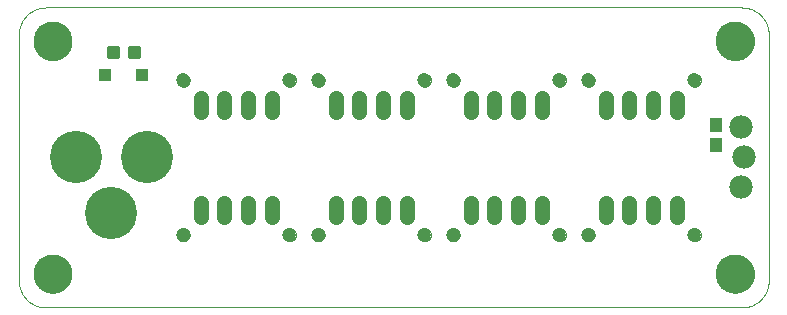
<source format=gts>
G75*
%MOIN*%
%OFA0B0*%
%FSLAX25Y25*%
%IPPOS*%
%LPD*%
%AMOC8*
5,1,8,0,0,1.08239X$1,22.5*
%
%ADD10C,0.00000*%
%ADD11C,0.12998*%
%ADD12C,0.01301*%
%ADD13R,0.03943X0.04140*%
%ADD14C,0.17400*%
%ADD15C,0.05156*%
%ADD16C,0.04731*%
%ADD17C,0.07800*%
%ADD18R,0.04337X0.04731*%
D10*
X0025250Y0006800D02*
X0257250Y0006800D01*
X0257467Y0006803D01*
X0257685Y0006811D01*
X0257902Y0006824D01*
X0258119Y0006842D01*
X0258335Y0006866D01*
X0258550Y0006894D01*
X0258765Y0006928D01*
X0258979Y0006968D01*
X0259192Y0007012D01*
X0259404Y0007062D01*
X0259614Y0007116D01*
X0259824Y0007176D01*
X0260031Y0007240D01*
X0260237Y0007310D01*
X0260441Y0007385D01*
X0260644Y0007464D01*
X0260844Y0007549D01*
X0261043Y0007638D01*
X0261239Y0007732D01*
X0261433Y0007831D01*
X0261624Y0007934D01*
X0261813Y0008042D01*
X0261999Y0008155D01*
X0262182Y0008272D01*
X0262363Y0008393D01*
X0262540Y0008519D01*
X0262714Y0008649D01*
X0262886Y0008783D01*
X0263054Y0008921D01*
X0263218Y0009063D01*
X0263379Y0009210D01*
X0263537Y0009360D01*
X0263690Y0009513D01*
X0263840Y0009671D01*
X0263987Y0009832D01*
X0264129Y0009996D01*
X0264267Y0010164D01*
X0264401Y0010336D01*
X0264531Y0010510D01*
X0264657Y0010687D01*
X0264778Y0010868D01*
X0264895Y0011051D01*
X0265008Y0011237D01*
X0265116Y0011426D01*
X0265219Y0011617D01*
X0265318Y0011811D01*
X0265412Y0012007D01*
X0265501Y0012206D01*
X0265586Y0012406D01*
X0265665Y0012609D01*
X0265740Y0012813D01*
X0265810Y0013019D01*
X0265874Y0013226D01*
X0265934Y0013436D01*
X0265988Y0013646D01*
X0266038Y0013858D01*
X0266082Y0014071D01*
X0266122Y0014285D01*
X0266156Y0014500D01*
X0266184Y0014715D01*
X0266208Y0014931D01*
X0266226Y0015148D01*
X0266239Y0015365D01*
X0266247Y0015583D01*
X0266250Y0015800D01*
X0266250Y0097800D01*
X0266247Y0098017D01*
X0266239Y0098235D01*
X0266226Y0098452D01*
X0266208Y0098669D01*
X0266184Y0098885D01*
X0266156Y0099100D01*
X0266122Y0099315D01*
X0266082Y0099529D01*
X0266038Y0099742D01*
X0265988Y0099954D01*
X0265934Y0100164D01*
X0265874Y0100374D01*
X0265810Y0100581D01*
X0265740Y0100787D01*
X0265665Y0100991D01*
X0265586Y0101194D01*
X0265501Y0101394D01*
X0265412Y0101593D01*
X0265318Y0101789D01*
X0265219Y0101983D01*
X0265116Y0102174D01*
X0265008Y0102363D01*
X0264895Y0102549D01*
X0264778Y0102732D01*
X0264657Y0102913D01*
X0264531Y0103090D01*
X0264401Y0103264D01*
X0264267Y0103436D01*
X0264129Y0103604D01*
X0263987Y0103768D01*
X0263840Y0103929D01*
X0263690Y0104087D01*
X0263537Y0104240D01*
X0263379Y0104390D01*
X0263218Y0104537D01*
X0263054Y0104679D01*
X0262886Y0104817D01*
X0262714Y0104951D01*
X0262540Y0105081D01*
X0262363Y0105207D01*
X0262182Y0105328D01*
X0261999Y0105445D01*
X0261813Y0105558D01*
X0261624Y0105666D01*
X0261433Y0105769D01*
X0261239Y0105868D01*
X0261043Y0105962D01*
X0260844Y0106051D01*
X0260644Y0106136D01*
X0260441Y0106215D01*
X0260237Y0106290D01*
X0260031Y0106360D01*
X0259824Y0106424D01*
X0259614Y0106484D01*
X0259404Y0106538D01*
X0259192Y0106588D01*
X0258979Y0106632D01*
X0258765Y0106672D01*
X0258550Y0106706D01*
X0258335Y0106734D01*
X0258119Y0106758D01*
X0257902Y0106776D01*
X0257685Y0106789D01*
X0257467Y0106797D01*
X0257250Y0106800D01*
X0025250Y0106800D01*
X0025033Y0106797D01*
X0024815Y0106789D01*
X0024598Y0106776D01*
X0024381Y0106758D01*
X0024165Y0106734D01*
X0023950Y0106706D01*
X0023735Y0106672D01*
X0023521Y0106632D01*
X0023308Y0106588D01*
X0023096Y0106538D01*
X0022886Y0106484D01*
X0022676Y0106424D01*
X0022469Y0106360D01*
X0022263Y0106290D01*
X0022059Y0106215D01*
X0021856Y0106136D01*
X0021656Y0106051D01*
X0021457Y0105962D01*
X0021261Y0105868D01*
X0021067Y0105769D01*
X0020876Y0105666D01*
X0020687Y0105558D01*
X0020501Y0105445D01*
X0020318Y0105328D01*
X0020137Y0105207D01*
X0019960Y0105081D01*
X0019786Y0104951D01*
X0019614Y0104817D01*
X0019446Y0104679D01*
X0019282Y0104537D01*
X0019121Y0104390D01*
X0018963Y0104240D01*
X0018810Y0104087D01*
X0018660Y0103929D01*
X0018513Y0103768D01*
X0018371Y0103604D01*
X0018233Y0103436D01*
X0018099Y0103264D01*
X0017969Y0103090D01*
X0017843Y0102913D01*
X0017722Y0102732D01*
X0017605Y0102549D01*
X0017492Y0102363D01*
X0017384Y0102174D01*
X0017281Y0101983D01*
X0017182Y0101789D01*
X0017088Y0101593D01*
X0016999Y0101394D01*
X0016914Y0101194D01*
X0016835Y0100991D01*
X0016760Y0100787D01*
X0016690Y0100581D01*
X0016626Y0100374D01*
X0016566Y0100164D01*
X0016512Y0099954D01*
X0016462Y0099742D01*
X0016418Y0099529D01*
X0016378Y0099315D01*
X0016344Y0099100D01*
X0016316Y0098885D01*
X0016292Y0098669D01*
X0016274Y0098452D01*
X0016261Y0098235D01*
X0016253Y0098017D01*
X0016250Y0097800D01*
X0016250Y0015800D01*
X0016253Y0015583D01*
X0016261Y0015365D01*
X0016274Y0015148D01*
X0016292Y0014931D01*
X0016316Y0014715D01*
X0016344Y0014500D01*
X0016378Y0014285D01*
X0016418Y0014071D01*
X0016462Y0013858D01*
X0016512Y0013646D01*
X0016566Y0013436D01*
X0016626Y0013226D01*
X0016690Y0013019D01*
X0016760Y0012813D01*
X0016835Y0012609D01*
X0016914Y0012406D01*
X0016999Y0012206D01*
X0017088Y0012007D01*
X0017182Y0011811D01*
X0017281Y0011617D01*
X0017384Y0011426D01*
X0017492Y0011237D01*
X0017605Y0011051D01*
X0017722Y0010868D01*
X0017843Y0010687D01*
X0017969Y0010510D01*
X0018099Y0010336D01*
X0018233Y0010164D01*
X0018371Y0009996D01*
X0018513Y0009832D01*
X0018660Y0009671D01*
X0018810Y0009513D01*
X0018963Y0009360D01*
X0019121Y0009210D01*
X0019282Y0009063D01*
X0019446Y0008921D01*
X0019614Y0008783D01*
X0019786Y0008649D01*
X0019960Y0008519D01*
X0020137Y0008393D01*
X0020318Y0008272D01*
X0020501Y0008155D01*
X0020687Y0008042D01*
X0020876Y0007934D01*
X0021067Y0007831D01*
X0021261Y0007732D01*
X0021457Y0007638D01*
X0021656Y0007549D01*
X0021856Y0007464D01*
X0022059Y0007385D01*
X0022263Y0007310D01*
X0022469Y0007240D01*
X0022676Y0007176D01*
X0022886Y0007116D01*
X0023096Y0007062D01*
X0023308Y0007012D01*
X0023521Y0006968D01*
X0023735Y0006928D01*
X0023950Y0006894D01*
X0024165Y0006866D01*
X0024381Y0006842D01*
X0024598Y0006824D01*
X0024815Y0006811D01*
X0025033Y0006803D01*
X0025250Y0006800D01*
X0021201Y0018050D02*
X0021203Y0018208D01*
X0021209Y0018366D01*
X0021219Y0018524D01*
X0021233Y0018682D01*
X0021251Y0018839D01*
X0021272Y0018996D01*
X0021298Y0019152D01*
X0021328Y0019308D01*
X0021361Y0019463D01*
X0021399Y0019616D01*
X0021440Y0019769D01*
X0021485Y0019921D01*
X0021534Y0020072D01*
X0021587Y0020221D01*
X0021643Y0020369D01*
X0021703Y0020515D01*
X0021767Y0020660D01*
X0021835Y0020803D01*
X0021906Y0020945D01*
X0021980Y0021085D01*
X0022058Y0021222D01*
X0022140Y0021358D01*
X0022224Y0021492D01*
X0022313Y0021623D01*
X0022404Y0021752D01*
X0022499Y0021879D01*
X0022596Y0022004D01*
X0022697Y0022126D01*
X0022801Y0022245D01*
X0022908Y0022362D01*
X0023018Y0022476D01*
X0023131Y0022587D01*
X0023246Y0022696D01*
X0023364Y0022801D01*
X0023485Y0022903D01*
X0023608Y0023003D01*
X0023734Y0023099D01*
X0023862Y0023192D01*
X0023992Y0023282D01*
X0024125Y0023368D01*
X0024260Y0023452D01*
X0024396Y0023531D01*
X0024535Y0023608D01*
X0024676Y0023680D01*
X0024818Y0023750D01*
X0024962Y0023815D01*
X0025108Y0023877D01*
X0025255Y0023935D01*
X0025404Y0023990D01*
X0025554Y0024041D01*
X0025705Y0024088D01*
X0025857Y0024131D01*
X0026010Y0024170D01*
X0026165Y0024206D01*
X0026320Y0024237D01*
X0026476Y0024265D01*
X0026632Y0024289D01*
X0026789Y0024309D01*
X0026947Y0024325D01*
X0027104Y0024337D01*
X0027263Y0024345D01*
X0027421Y0024349D01*
X0027579Y0024349D01*
X0027737Y0024345D01*
X0027896Y0024337D01*
X0028053Y0024325D01*
X0028211Y0024309D01*
X0028368Y0024289D01*
X0028524Y0024265D01*
X0028680Y0024237D01*
X0028835Y0024206D01*
X0028990Y0024170D01*
X0029143Y0024131D01*
X0029295Y0024088D01*
X0029446Y0024041D01*
X0029596Y0023990D01*
X0029745Y0023935D01*
X0029892Y0023877D01*
X0030038Y0023815D01*
X0030182Y0023750D01*
X0030324Y0023680D01*
X0030465Y0023608D01*
X0030604Y0023531D01*
X0030740Y0023452D01*
X0030875Y0023368D01*
X0031008Y0023282D01*
X0031138Y0023192D01*
X0031266Y0023099D01*
X0031392Y0023003D01*
X0031515Y0022903D01*
X0031636Y0022801D01*
X0031754Y0022696D01*
X0031869Y0022587D01*
X0031982Y0022476D01*
X0032092Y0022362D01*
X0032199Y0022245D01*
X0032303Y0022126D01*
X0032404Y0022004D01*
X0032501Y0021879D01*
X0032596Y0021752D01*
X0032687Y0021623D01*
X0032776Y0021492D01*
X0032860Y0021358D01*
X0032942Y0021222D01*
X0033020Y0021085D01*
X0033094Y0020945D01*
X0033165Y0020803D01*
X0033233Y0020660D01*
X0033297Y0020515D01*
X0033357Y0020369D01*
X0033413Y0020221D01*
X0033466Y0020072D01*
X0033515Y0019921D01*
X0033560Y0019769D01*
X0033601Y0019616D01*
X0033639Y0019463D01*
X0033672Y0019308D01*
X0033702Y0019152D01*
X0033728Y0018996D01*
X0033749Y0018839D01*
X0033767Y0018682D01*
X0033781Y0018524D01*
X0033791Y0018366D01*
X0033797Y0018208D01*
X0033799Y0018050D01*
X0033797Y0017892D01*
X0033791Y0017734D01*
X0033781Y0017576D01*
X0033767Y0017418D01*
X0033749Y0017261D01*
X0033728Y0017104D01*
X0033702Y0016948D01*
X0033672Y0016792D01*
X0033639Y0016637D01*
X0033601Y0016484D01*
X0033560Y0016331D01*
X0033515Y0016179D01*
X0033466Y0016028D01*
X0033413Y0015879D01*
X0033357Y0015731D01*
X0033297Y0015585D01*
X0033233Y0015440D01*
X0033165Y0015297D01*
X0033094Y0015155D01*
X0033020Y0015015D01*
X0032942Y0014878D01*
X0032860Y0014742D01*
X0032776Y0014608D01*
X0032687Y0014477D01*
X0032596Y0014348D01*
X0032501Y0014221D01*
X0032404Y0014096D01*
X0032303Y0013974D01*
X0032199Y0013855D01*
X0032092Y0013738D01*
X0031982Y0013624D01*
X0031869Y0013513D01*
X0031754Y0013404D01*
X0031636Y0013299D01*
X0031515Y0013197D01*
X0031392Y0013097D01*
X0031266Y0013001D01*
X0031138Y0012908D01*
X0031008Y0012818D01*
X0030875Y0012732D01*
X0030740Y0012648D01*
X0030604Y0012569D01*
X0030465Y0012492D01*
X0030324Y0012420D01*
X0030182Y0012350D01*
X0030038Y0012285D01*
X0029892Y0012223D01*
X0029745Y0012165D01*
X0029596Y0012110D01*
X0029446Y0012059D01*
X0029295Y0012012D01*
X0029143Y0011969D01*
X0028990Y0011930D01*
X0028835Y0011894D01*
X0028680Y0011863D01*
X0028524Y0011835D01*
X0028368Y0011811D01*
X0028211Y0011791D01*
X0028053Y0011775D01*
X0027896Y0011763D01*
X0027737Y0011755D01*
X0027579Y0011751D01*
X0027421Y0011751D01*
X0027263Y0011755D01*
X0027104Y0011763D01*
X0026947Y0011775D01*
X0026789Y0011791D01*
X0026632Y0011811D01*
X0026476Y0011835D01*
X0026320Y0011863D01*
X0026165Y0011894D01*
X0026010Y0011930D01*
X0025857Y0011969D01*
X0025705Y0012012D01*
X0025554Y0012059D01*
X0025404Y0012110D01*
X0025255Y0012165D01*
X0025108Y0012223D01*
X0024962Y0012285D01*
X0024818Y0012350D01*
X0024676Y0012420D01*
X0024535Y0012492D01*
X0024396Y0012569D01*
X0024260Y0012648D01*
X0024125Y0012732D01*
X0023992Y0012818D01*
X0023862Y0012908D01*
X0023734Y0013001D01*
X0023608Y0013097D01*
X0023485Y0013197D01*
X0023364Y0013299D01*
X0023246Y0013404D01*
X0023131Y0013513D01*
X0023018Y0013624D01*
X0022908Y0013738D01*
X0022801Y0013855D01*
X0022697Y0013974D01*
X0022596Y0014096D01*
X0022499Y0014221D01*
X0022404Y0014348D01*
X0022313Y0014477D01*
X0022224Y0014608D01*
X0022140Y0014742D01*
X0022058Y0014878D01*
X0021980Y0015015D01*
X0021906Y0015155D01*
X0021835Y0015297D01*
X0021767Y0015440D01*
X0021703Y0015585D01*
X0021643Y0015731D01*
X0021587Y0015879D01*
X0021534Y0016028D01*
X0021485Y0016179D01*
X0021440Y0016331D01*
X0021399Y0016484D01*
X0021361Y0016637D01*
X0021328Y0016792D01*
X0021298Y0016948D01*
X0021272Y0017104D01*
X0021251Y0017261D01*
X0021233Y0017418D01*
X0021219Y0017576D01*
X0021209Y0017734D01*
X0021203Y0017892D01*
X0021201Y0018050D01*
X0068868Y0031032D02*
X0068870Y0031125D01*
X0068876Y0031217D01*
X0068886Y0031309D01*
X0068900Y0031400D01*
X0068917Y0031491D01*
X0068939Y0031581D01*
X0068964Y0031670D01*
X0068993Y0031758D01*
X0069026Y0031844D01*
X0069063Y0031929D01*
X0069103Y0032013D01*
X0069147Y0032094D01*
X0069194Y0032174D01*
X0069244Y0032252D01*
X0069298Y0032327D01*
X0069355Y0032400D01*
X0069415Y0032470D01*
X0069478Y0032538D01*
X0069544Y0032603D01*
X0069612Y0032665D01*
X0069683Y0032725D01*
X0069757Y0032781D01*
X0069833Y0032834D01*
X0069911Y0032883D01*
X0069991Y0032930D01*
X0070073Y0032972D01*
X0070157Y0033012D01*
X0070242Y0033047D01*
X0070329Y0033079D01*
X0070417Y0033108D01*
X0070506Y0033132D01*
X0070596Y0033153D01*
X0070687Y0033169D01*
X0070779Y0033182D01*
X0070871Y0033191D01*
X0070964Y0033196D01*
X0071056Y0033197D01*
X0071149Y0033194D01*
X0071241Y0033187D01*
X0071333Y0033176D01*
X0071424Y0033161D01*
X0071515Y0033143D01*
X0071605Y0033120D01*
X0071693Y0033094D01*
X0071781Y0033064D01*
X0071867Y0033030D01*
X0071951Y0032993D01*
X0072034Y0032951D01*
X0072115Y0032907D01*
X0072195Y0032859D01*
X0072272Y0032808D01*
X0072346Y0032753D01*
X0072419Y0032695D01*
X0072489Y0032635D01*
X0072556Y0032571D01*
X0072620Y0032505D01*
X0072682Y0032435D01*
X0072740Y0032364D01*
X0072795Y0032290D01*
X0072847Y0032213D01*
X0072896Y0032134D01*
X0072942Y0032054D01*
X0072984Y0031971D01*
X0073022Y0031887D01*
X0073057Y0031801D01*
X0073088Y0031714D01*
X0073115Y0031626D01*
X0073138Y0031536D01*
X0073158Y0031446D01*
X0073174Y0031355D01*
X0073186Y0031263D01*
X0073194Y0031171D01*
X0073198Y0031078D01*
X0073198Y0030986D01*
X0073194Y0030893D01*
X0073186Y0030801D01*
X0073174Y0030709D01*
X0073158Y0030618D01*
X0073138Y0030528D01*
X0073115Y0030438D01*
X0073088Y0030350D01*
X0073057Y0030263D01*
X0073022Y0030177D01*
X0072984Y0030093D01*
X0072942Y0030010D01*
X0072896Y0029930D01*
X0072847Y0029851D01*
X0072795Y0029774D01*
X0072740Y0029700D01*
X0072682Y0029629D01*
X0072620Y0029559D01*
X0072556Y0029493D01*
X0072489Y0029429D01*
X0072419Y0029369D01*
X0072346Y0029311D01*
X0072272Y0029256D01*
X0072195Y0029205D01*
X0072116Y0029157D01*
X0072034Y0029113D01*
X0071951Y0029071D01*
X0071867Y0029034D01*
X0071781Y0029000D01*
X0071693Y0028970D01*
X0071605Y0028944D01*
X0071515Y0028921D01*
X0071424Y0028903D01*
X0071333Y0028888D01*
X0071241Y0028877D01*
X0071149Y0028870D01*
X0071056Y0028867D01*
X0070964Y0028868D01*
X0070871Y0028873D01*
X0070779Y0028882D01*
X0070687Y0028895D01*
X0070596Y0028911D01*
X0070506Y0028932D01*
X0070417Y0028956D01*
X0070329Y0028985D01*
X0070242Y0029017D01*
X0070157Y0029052D01*
X0070073Y0029092D01*
X0069991Y0029134D01*
X0069911Y0029181D01*
X0069833Y0029230D01*
X0069757Y0029283D01*
X0069683Y0029339D01*
X0069612Y0029399D01*
X0069544Y0029461D01*
X0069478Y0029526D01*
X0069415Y0029594D01*
X0069355Y0029664D01*
X0069298Y0029737D01*
X0069244Y0029812D01*
X0069194Y0029890D01*
X0069147Y0029970D01*
X0069103Y0030051D01*
X0069063Y0030135D01*
X0069026Y0030220D01*
X0068993Y0030306D01*
X0068964Y0030394D01*
X0068939Y0030483D01*
X0068917Y0030573D01*
X0068900Y0030664D01*
X0068886Y0030755D01*
X0068876Y0030847D01*
X0068870Y0030939D01*
X0068868Y0031032D01*
X0104302Y0031032D02*
X0104304Y0031125D01*
X0104310Y0031217D01*
X0104320Y0031309D01*
X0104334Y0031400D01*
X0104351Y0031491D01*
X0104373Y0031581D01*
X0104398Y0031670D01*
X0104427Y0031758D01*
X0104460Y0031844D01*
X0104497Y0031929D01*
X0104537Y0032013D01*
X0104581Y0032094D01*
X0104628Y0032174D01*
X0104678Y0032252D01*
X0104732Y0032327D01*
X0104789Y0032400D01*
X0104849Y0032470D01*
X0104912Y0032538D01*
X0104978Y0032603D01*
X0105046Y0032665D01*
X0105117Y0032725D01*
X0105191Y0032781D01*
X0105267Y0032834D01*
X0105345Y0032883D01*
X0105425Y0032930D01*
X0105507Y0032972D01*
X0105591Y0033012D01*
X0105676Y0033047D01*
X0105763Y0033079D01*
X0105851Y0033108D01*
X0105940Y0033132D01*
X0106030Y0033153D01*
X0106121Y0033169D01*
X0106213Y0033182D01*
X0106305Y0033191D01*
X0106398Y0033196D01*
X0106490Y0033197D01*
X0106583Y0033194D01*
X0106675Y0033187D01*
X0106767Y0033176D01*
X0106858Y0033161D01*
X0106949Y0033143D01*
X0107039Y0033120D01*
X0107127Y0033094D01*
X0107215Y0033064D01*
X0107301Y0033030D01*
X0107385Y0032993D01*
X0107468Y0032951D01*
X0107549Y0032907D01*
X0107629Y0032859D01*
X0107706Y0032808D01*
X0107780Y0032753D01*
X0107853Y0032695D01*
X0107923Y0032635D01*
X0107990Y0032571D01*
X0108054Y0032505D01*
X0108116Y0032435D01*
X0108174Y0032364D01*
X0108229Y0032290D01*
X0108281Y0032213D01*
X0108330Y0032134D01*
X0108376Y0032054D01*
X0108418Y0031971D01*
X0108456Y0031887D01*
X0108491Y0031801D01*
X0108522Y0031714D01*
X0108549Y0031626D01*
X0108572Y0031536D01*
X0108592Y0031446D01*
X0108608Y0031355D01*
X0108620Y0031263D01*
X0108628Y0031171D01*
X0108632Y0031078D01*
X0108632Y0030986D01*
X0108628Y0030893D01*
X0108620Y0030801D01*
X0108608Y0030709D01*
X0108592Y0030618D01*
X0108572Y0030528D01*
X0108549Y0030438D01*
X0108522Y0030350D01*
X0108491Y0030263D01*
X0108456Y0030177D01*
X0108418Y0030093D01*
X0108376Y0030010D01*
X0108330Y0029930D01*
X0108281Y0029851D01*
X0108229Y0029774D01*
X0108174Y0029700D01*
X0108116Y0029629D01*
X0108054Y0029559D01*
X0107990Y0029493D01*
X0107923Y0029429D01*
X0107853Y0029369D01*
X0107780Y0029311D01*
X0107706Y0029256D01*
X0107629Y0029205D01*
X0107550Y0029157D01*
X0107468Y0029113D01*
X0107385Y0029071D01*
X0107301Y0029034D01*
X0107215Y0029000D01*
X0107127Y0028970D01*
X0107039Y0028944D01*
X0106949Y0028921D01*
X0106858Y0028903D01*
X0106767Y0028888D01*
X0106675Y0028877D01*
X0106583Y0028870D01*
X0106490Y0028867D01*
X0106398Y0028868D01*
X0106305Y0028873D01*
X0106213Y0028882D01*
X0106121Y0028895D01*
X0106030Y0028911D01*
X0105940Y0028932D01*
X0105851Y0028956D01*
X0105763Y0028985D01*
X0105676Y0029017D01*
X0105591Y0029052D01*
X0105507Y0029092D01*
X0105425Y0029134D01*
X0105345Y0029181D01*
X0105267Y0029230D01*
X0105191Y0029283D01*
X0105117Y0029339D01*
X0105046Y0029399D01*
X0104978Y0029461D01*
X0104912Y0029526D01*
X0104849Y0029594D01*
X0104789Y0029664D01*
X0104732Y0029737D01*
X0104678Y0029812D01*
X0104628Y0029890D01*
X0104581Y0029970D01*
X0104537Y0030051D01*
X0104497Y0030135D01*
X0104460Y0030220D01*
X0104427Y0030306D01*
X0104398Y0030394D01*
X0104373Y0030483D01*
X0104351Y0030573D01*
X0104334Y0030664D01*
X0104320Y0030755D01*
X0104310Y0030847D01*
X0104304Y0030939D01*
X0104302Y0031032D01*
X0113868Y0031032D02*
X0113870Y0031125D01*
X0113876Y0031217D01*
X0113886Y0031309D01*
X0113900Y0031400D01*
X0113917Y0031491D01*
X0113939Y0031581D01*
X0113964Y0031670D01*
X0113993Y0031758D01*
X0114026Y0031844D01*
X0114063Y0031929D01*
X0114103Y0032013D01*
X0114147Y0032094D01*
X0114194Y0032174D01*
X0114244Y0032252D01*
X0114298Y0032327D01*
X0114355Y0032400D01*
X0114415Y0032470D01*
X0114478Y0032538D01*
X0114544Y0032603D01*
X0114612Y0032665D01*
X0114683Y0032725D01*
X0114757Y0032781D01*
X0114833Y0032834D01*
X0114911Y0032883D01*
X0114991Y0032930D01*
X0115073Y0032972D01*
X0115157Y0033012D01*
X0115242Y0033047D01*
X0115329Y0033079D01*
X0115417Y0033108D01*
X0115506Y0033132D01*
X0115596Y0033153D01*
X0115687Y0033169D01*
X0115779Y0033182D01*
X0115871Y0033191D01*
X0115964Y0033196D01*
X0116056Y0033197D01*
X0116149Y0033194D01*
X0116241Y0033187D01*
X0116333Y0033176D01*
X0116424Y0033161D01*
X0116515Y0033143D01*
X0116605Y0033120D01*
X0116693Y0033094D01*
X0116781Y0033064D01*
X0116867Y0033030D01*
X0116951Y0032993D01*
X0117034Y0032951D01*
X0117115Y0032907D01*
X0117195Y0032859D01*
X0117272Y0032808D01*
X0117346Y0032753D01*
X0117419Y0032695D01*
X0117489Y0032635D01*
X0117556Y0032571D01*
X0117620Y0032505D01*
X0117682Y0032435D01*
X0117740Y0032364D01*
X0117795Y0032290D01*
X0117847Y0032213D01*
X0117896Y0032134D01*
X0117942Y0032054D01*
X0117984Y0031971D01*
X0118022Y0031887D01*
X0118057Y0031801D01*
X0118088Y0031714D01*
X0118115Y0031626D01*
X0118138Y0031536D01*
X0118158Y0031446D01*
X0118174Y0031355D01*
X0118186Y0031263D01*
X0118194Y0031171D01*
X0118198Y0031078D01*
X0118198Y0030986D01*
X0118194Y0030893D01*
X0118186Y0030801D01*
X0118174Y0030709D01*
X0118158Y0030618D01*
X0118138Y0030528D01*
X0118115Y0030438D01*
X0118088Y0030350D01*
X0118057Y0030263D01*
X0118022Y0030177D01*
X0117984Y0030093D01*
X0117942Y0030010D01*
X0117896Y0029930D01*
X0117847Y0029851D01*
X0117795Y0029774D01*
X0117740Y0029700D01*
X0117682Y0029629D01*
X0117620Y0029559D01*
X0117556Y0029493D01*
X0117489Y0029429D01*
X0117419Y0029369D01*
X0117346Y0029311D01*
X0117272Y0029256D01*
X0117195Y0029205D01*
X0117116Y0029157D01*
X0117034Y0029113D01*
X0116951Y0029071D01*
X0116867Y0029034D01*
X0116781Y0029000D01*
X0116693Y0028970D01*
X0116605Y0028944D01*
X0116515Y0028921D01*
X0116424Y0028903D01*
X0116333Y0028888D01*
X0116241Y0028877D01*
X0116149Y0028870D01*
X0116056Y0028867D01*
X0115964Y0028868D01*
X0115871Y0028873D01*
X0115779Y0028882D01*
X0115687Y0028895D01*
X0115596Y0028911D01*
X0115506Y0028932D01*
X0115417Y0028956D01*
X0115329Y0028985D01*
X0115242Y0029017D01*
X0115157Y0029052D01*
X0115073Y0029092D01*
X0114991Y0029134D01*
X0114911Y0029181D01*
X0114833Y0029230D01*
X0114757Y0029283D01*
X0114683Y0029339D01*
X0114612Y0029399D01*
X0114544Y0029461D01*
X0114478Y0029526D01*
X0114415Y0029594D01*
X0114355Y0029664D01*
X0114298Y0029737D01*
X0114244Y0029812D01*
X0114194Y0029890D01*
X0114147Y0029970D01*
X0114103Y0030051D01*
X0114063Y0030135D01*
X0114026Y0030220D01*
X0113993Y0030306D01*
X0113964Y0030394D01*
X0113939Y0030483D01*
X0113917Y0030573D01*
X0113900Y0030664D01*
X0113886Y0030755D01*
X0113876Y0030847D01*
X0113870Y0030939D01*
X0113868Y0031032D01*
X0149302Y0031032D02*
X0149304Y0031125D01*
X0149310Y0031217D01*
X0149320Y0031309D01*
X0149334Y0031400D01*
X0149351Y0031491D01*
X0149373Y0031581D01*
X0149398Y0031670D01*
X0149427Y0031758D01*
X0149460Y0031844D01*
X0149497Y0031929D01*
X0149537Y0032013D01*
X0149581Y0032094D01*
X0149628Y0032174D01*
X0149678Y0032252D01*
X0149732Y0032327D01*
X0149789Y0032400D01*
X0149849Y0032470D01*
X0149912Y0032538D01*
X0149978Y0032603D01*
X0150046Y0032665D01*
X0150117Y0032725D01*
X0150191Y0032781D01*
X0150267Y0032834D01*
X0150345Y0032883D01*
X0150425Y0032930D01*
X0150507Y0032972D01*
X0150591Y0033012D01*
X0150676Y0033047D01*
X0150763Y0033079D01*
X0150851Y0033108D01*
X0150940Y0033132D01*
X0151030Y0033153D01*
X0151121Y0033169D01*
X0151213Y0033182D01*
X0151305Y0033191D01*
X0151398Y0033196D01*
X0151490Y0033197D01*
X0151583Y0033194D01*
X0151675Y0033187D01*
X0151767Y0033176D01*
X0151858Y0033161D01*
X0151949Y0033143D01*
X0152039Y0033120D01*
X0152127Y0033094D01*
X0152215Y0033064D01*
X0152301Y0033030D01*
X0152385Y0032993D01*
X0152468Y0032951D01*
X0152549Y0032907D01*
X0152629Y0032859D01*
X0152706Y0032808D01*
X0152780Y0032753D01*
X0152853Y0032695D01*
X0152923Y0032635D01*
X0152990Y0032571D01*
X0153054Y0032505D01*
X0153116Y0032435D01*
X0153174Y0032364D01*
X0153229Y0032290D01*
X0153281Y0032213D01*
X0153330Y0032134D01*
X0153376Y0032054D01*
X0153418Y0031971D01*
X0153456Y0031887D01*
X0153491Y0031801D01*
X0153522Y0031714D01*
X0153549Y0031626D01*
X0153572Y0031536D01*
X0153592Y0031446D01*
X0153608Y0031355D01*
X0153620Y0031263D01*
X0153628Y0031171D01*
X0153632Y0031078D01*
X0153632Y0030986D01*
X0153628Y0030893D01*
X0153620Y0030801D01*
X0153608Y0030709D01*
X0153592Y0030618D01*
X0153572Y0030528D01*
X0153549Y0030438D01*
X0153522Y0030350D01*
X0153491Y0030263D01*
X0153456Y0030177D01*
X0153418Y0030093D01*
X0153376Y0030010D01*
X0153330Y0029930D01*
X0153281Y0029851D01*
X0153229Y0029774D01*
X0153174Y0029700D01*
X0153116Y0029629D01*
X0153054Y0029559D01*
X0152990Y0029493D01*
X0152923Y0029429D01*
X0152853Y0029369D01*
X0152780Y0029311D01*
X0152706Y0029256D01*
X0152629Y0029205D01*
X0152550Y0029157D01*
X0152468Y0029113D01*
X0152385Y0029071D01*
X0152301Y0029034D01*
X0152215Y0029000D01*
X0152127Y0028970D01*
X0152039Y0028944D01*
X0151949Y0028921D01*
X0151858Y0028903D01*
X0151767Y0028888D01*
X0151675Y0028877D01*
X0151583Y0028870D01*
X0151490Y0028867D01*
X0151398Y0028868D01*
X0151305Y0028873D01*
X0151213Y0028882D01*
X0151121Y0028895D01*
X0151030Y0028911D01*
X0150940Y0028932D01*
X0150851Y0028956D01*
X0150763Y0028985D01*
X0150676Y0029017D01*
X0150591Y0029052D01*
X0150507Y0029092D01*
X0150425Y0029134D01*
X0150345Y0029181D01*
X0150267Y0029230D01*
X0150191Y0029283D01*
X0150117Y0029339D01*
X0150046Y0029399D01*
X0149978Y0029461D01*
X0149912Y0029526D01*
X0149849Y0029594D01*
X0149789Y0029664D01*
X0149732Y0029737D01*
X0149678Y0029812D01*
X0149628Y0029890D01*
X0149581Y0029970D01*
X0149537Y0030051D01*
X0149497Y0030135D01*
X0149460Y0030220D01*
X0149427Y0030306D01*
X0149398Y0030394D01*
X0149373Y0030483D01*
X0149351Y0030573D01*
X0149334Y0030664D01*
X0149320Y0030755D01*
X0149310Y0030847D01*
X0149304Y0030939D01*
X0149302Y0031032D01*
X0158868Y0031032D02*
X0158870Y0031125D01*
X0158876Y0031217D01*
X0158886Y0031309D01*
X0158900Y0031400D01*
X0158917Y0031491D01*
X0158939Y0031581D01*
X0158964Y0031670D01*
X0158993Y0031758D01*
X0159026Y0031844D01*
X0159063Y0031929D01*
X0159103Y0032013D01*
X0159147Y0032094D01*
X0159194Y0032174D01*
X0159244Y0032252D01*
X0159298Y0032327D01*
X0159355Y0032400D01*
X0159415Y0032470D01*
X0159478Y0032538D01*
X0159544Y0032603D01*
X0159612Y0032665D01*
X0159683Y0032725D01*
X0159757Y0032781D01*
X0159833Y0032834D01*
X0159911Y0032883D01*
X0159991Y0032930D01*
X0160073Y0032972D01*
X0160157Y0033012D01*
X0160242Y0033047D01*
X0160329Y0033079D01*
X0160417Y0033108D01*
X0160506Y0033132D01*
X0160596Y0033153D01*
X0160687Y0033169D01*
X0160779Y0033182D01*
X0160871Y0033191D01*
X0160964Y0033196D01*
X0161056Y0033197D01*
X0161149Y0033194D01*
X0161241Y0033187D01*
X0161333Y0033176D01*
X0161424Y0033161D01*
X0161515Y0033143D01*
X0161605Y0033120D01*
X0161693Y0033094D01*
X0161781Y0033064D01*
X0161867Y0033030D01*
X0161951Y0032993D01*
X0162034Y0032951D01*
X0162115Y0032907D01*
X0162195Y0032859D01*
X0162272Y0032808D01*
X0162346Y0032753D01*
X0162419Y0032695D01*
X0162489Y0032635D01*
X0162556Y0032571D01*
X0162620Y0032505D01*
X0162682Y0032435D01*
X0162740Y0032364D01*
X0162795Y0032290D01*
X0162847Y0032213D01*
X0162896Y0032134D01*
X0162942Y0032054D01*
X0162984Y0031971D01*
X0163022Y0031887D01*
X0163057Y0031801D01*
X0163088Y0031714D01*
X0163115Y0031626D01*
X0163138Y0031536D01*
X0163158Y0031446D01*
X0163174Y0031355D01*
X0163186Y0031263D01*
X0163194Y0031171D01*
X0163198Y0031078D01*
X0163198Y0030986D01*
X0163194Y0030893D01*
X0163186Y0030801D01*
X0163174Y0030709D01*
X0163158Y0030618D01*
X0163138Y0030528D01*
X0163115Y0030438D01*
X0163088Y0030350D01*
X0163057Y0030263D01*
X0163022Y0030177D01*
X0162984Y0030093D01*
X0162942Y0030010D01*
X0162896Y0029930D01*
X0162847Y0029851D01*
X0162795Y0029774D01*
X0162740Y0029700D01*
X0162682Y0029629D01*
X0162620Y0029559D01*
X0162556Y0029493D01*
X0162489Y0029429D01*
X0162419Y0029369D01*
X0162346Y0029311D01*
X0162272Y0029256D01*
X0162195Y0029205D01*
X0162116Y0029157D01*
X0162034Y0029113D01*
X0161951Y0029071D01*
X0161867Y0029034D01*
X0161781Y0029000D01*
X0161693Y0028970D01*
X0161605Y0028944D01*
X0161515Y0028921D01*
X0161424Y0028903D01*
X0161333Y0028888D01*
X0161241Y0028877D01*
X0161149Y0028870D01*
X0161056Y0028867D01*
X0160964Y0028868D01*
X0160871Y0028873D01*
X0160779Y0028882D01*
X0160687Y0028895D01*
X0160596Y0028911D01*
X0160506Y0028932D01*
X0160417Y0028956D01*
X0160329Y0028985D01*
X0160242Y0029017D01*
X0160157Y0029052D01*
X0160073Y0029092D01*
X0159991Y0029134D01*
X0159911Y0029181D01*
X0159833Y0029230D01*
X0159757Y0029283D01*
X0159683Y0029339D01*
X0159612Y0029399D01*
X0159544Y0029461D01*
X0159478Y0029526D01*
X0159415Y0029594D01*
X0159355Y0029664D01*
X0159298Y0029737D01*
X0159244Y0029812D01*
X0159194Y0029890D01*
X0159147Y0029970D01*
X0159103Y0030051D01*
X0159063Y0030135D01*
X0159026Y0030220D01*
X0158993Y0030306D01*
X0158964Y0030394D01*
X0158939Y0030483D01*
X0158917Y0030573D01*
X0158900Y0030664D01*
X0158886Y0030755D01*
X0158876Y0030847D01*
X0158870Y0030939D01*
X0158868Y0031032D01*
X0194302Y0031032D02*
X0194304Y0031125D01*
X0194310Y0031217D01*
X0194320Y0031309D01*
X0194334Y0031400D01*
X0194351Y0031491D01*
X0194373Y0031581D01*
X0194398Y0031670D01*
X0194427Y0031758D01*
X0194460Y0031844D01*
X0194497Y0031929D01*
X0194537Y0032013D01*
X0194581Y0032094D01*
X0194628Y0032174D01*
X0194678Y0032252D01*
X0194732Y0032327D01*
X0194789Y0032400D01*
X0194849Y0032470D01*
X0194912Y0032538D01*
X0194978Y0032603D01*
X0195046Y0032665D01*
X0195117Y0032725D01*
X0195191Y0032781D01*
X0195267Y0032834D01*
X0195345Y0032883D01*
X0195425Y0032930D01*
X0195507Y0032972D01*
X0195591Y0033012D01*
X0195676Y0033047D01*
X0195763Y0033079D01*
X0195851Y0033108D01*
X0195940Y0033132D01*
X0196030Y0033153D01*
X0196121Y0033169D01*
X0196213Y0033182D01*
X0196305Y0033191D01*
X0196398Y0033196D01*
X0196490Y0033197D01*
X0196583Y0033194D01*
X0196675Y0033187D01*
X0196767Y0033176D01*
X0196858Y0033161D01*
X0196949Y0033143D01*
X0197039Y0033120D01*
X0197127Y0033094D01*
X0197215Y0033064D01*
X0197301Y0033030D01*
X0197385Y0032993D01*
X0197468Y0032951D01*
X0197549Y0032907D01*
X0197629Y0032859D01*
X0197706Y0032808D01*
X0197780Y0032753D01*
X0197853Y0032695D01*
X0197923Y0032635D01*
X0197990Y0032571D01*
X0198054Y0032505D01*
X0198116Y0032435D01*
X0198174Y0032364D01*
X0198229Y0032290D01*
X0198281Y0032213D01*
X0198330Y0032134D01*
X0198376Y0032054D01*
X0198418Y0031971D01*
X0198456Y0031887D01*
X0198491Y0031801D01*
X0198522Y0031714D01*
X0198549Y0031626D01*
X0198572Y0031536D01*
X0198592Y0031446D01*
X0198608Y0031355D01*
X0198620Y0031263D01*
X0198628Y0031171D01*
X0198632Y0031078D01*
X0198632Y0030986D01*
X0198628Y0030893D01*
X0198620Y0030801D01*
X0198608Y0030709D01*
X0198592Y0030618D01*
X0198572Y0030528D01*
X0198549Y0030438D01*
X0198522Y0030350D01*
X0198491Y0030263D01*
X0198456Y0030177D01*
X0198418Y0030093D01*
X0198376Y0030010D01*
X0198330Y0029930D01*
X0198281Y0029851D01*
X0198229Y0029774D01*
X0198174Y0029700D01*
X0198116Y0029629D01*
X0198054Y0029559D01*
X0197990Y0029493D01*
X0197923Y0029429D01*
X0197853Y0029369D01*
X0197780Y0029311D01*
X0197706Y0029256D01*
X0197629Y0029205D01*
X0197550Y0029157D01*
X0197468Y0029113D01*
X0197385Y0029071D01*
X0197301Y0029034D01*
X0197215Y0029000D01*
X0197127Y0028970D01*
X0197039Y0028944D01*
X0196949Y0028921D01*
X0196858Y0028903D01*
X0196767Y0028888D01*
X0196675Y0028877D01*
X0196583Y0028870D01*
X0196490Y0028867D01*
X0196398Y0028868D01*
X0196305Y0028873D01*
X0196213Y0028882D01*
X0196121Y0028895D01*
X0196030Y0028911D01*
X0195940Y0028932D01*
X0195851Y0028956D01*
X0195763Y0028985D01*
X0195676Y0029017D01*
X0195591Y0029052D01*
X0195507Y0029092D01*
X0195425Y0029134D01*
X0195345Y0029181D01*
X0195267Y0029230D01*
X0195191Y0029283D01*
X0195117Y0029339D01*
X0195046Y0029399D01*
X0194978Y0029461D01*
X0194912Y0029526D01*
X0194849Y0029594D01*
X0194789Y0029664D01*
X0194732Y0029737D01*
X0194678Y0029812D01*
X0194628Y0029890D01*
X0194581Y0029970D01*
X0194537Y0030051D01*
X0194497Y0030135D01*
X0194460Y0030220D01*
X0194427Y0030306D01*
X0194398Y0030394D01*
X0194373Y0030483D01*
X0194351Y0030573D01*
X0194334Y0030664D01*
X0194320Y0030755D01*
X0194310Y0030847D01*
X0194304Y0030939D01*
X0194302Y0031032D01*
X0203868Y0031032D02*
X0203870Y0031125D01*
X0203876Y0031217D01*
X0203886Y0031309D01*
X0203900Y0031400D01*
X0203917Y0031491D01*
X0203939Y0031581D01*
X0203964Y0031670D01*
X0203993Y0031758D01*
X0204026Y0031844D01*
X0204063Y0031929D01*
X0204103Y0032013D01*
X0204147Y0032094D01*
X0204194Y0032174D01*
X0204244Y0032252D01*
X0204298Y0032327D01*
X0204355Y0032400D01*
X0204415Y0032470D01*
X0204478Y0032538D01*
X0204544Y0032603D01*
X0204612Y0032665D01*
X0204683Y0032725D01*
X0204757Y0032781D01*
X0204833Y0032834D01*
X0204911Y0032883D01*
X0204991Y0032930D01*
X0205073Y0032972D01*
X0205157Y0033012D01*
X0205242Y0033047D01*
X0205329Y0033079D01*
X0205417Y0033108D01*
X0205506Y0033132D01*
X0205596Y0033153D01*
X0205687Y0033169D01*
X0205779Y0033182D01*
X0205871Y0033191D01*
X0205964Y0033196D01*
X0206056Y0033197D01*
X0206149Y0033194D01*
X0206241Y0033187D01*
X0206333Y0033176D01*
X0206424Y0033161D01*
X0206515Y0033143D01*
X0206605Y0033120D01*
X0206693Y0033094D01*
X0206781Y0033064D01*
X0206867Y0033030D01*
X0206951Y0032993D01*
X0207034Y0032951D01*
X0207115Y0032907D01*
X0207195Y0032859D01*
X0207272Y0032808D01*
X0207346Y0032753D01*
X0207419Y0032695D01*
X0207489Y0032635D01*
X0207556Y0032571D01*
X0207620Y0032505D01*
X0207682Y0032435D01*
X0207740Y0032364D01*
X0207795Y0032290D01*
X0207847Y0032213D01*
X0207896Y0032134D01*
X0207942Y0032054D01*
X0207984Y0031971D01*
X0208022Y0031887D01*
X0208057Y0031801D01*
X0208088Y0031714D01*
X0208115Y0031626D01*
X0208138Y0031536D01*
X0208158Y0031446D01*
X0208174Y0031355D01*
X0208186Y0031263D01*
X0208194Y0031171D01*
X0208198Y0031078D01*
X0208198Y0030986D01*
X0208194Y0030893D01*
X0208186Y0030801D01*
X0208174Y0030709D01*
X0208158Y0030618D01*
X0208138Y0030528D01*
X0208115Y0030438D01*
X0208088Y0030350D01*
X0208057Y0030263D01*
X0208022Y0030177D01*
X0207984Y0030093D01*
X0207942Y0030010D01*
X0207896Y0029930D01*
X0207847Y0029851D01*
X0207795Y0029774D01*
X0207740Y0029700D01*
X0207682Y0029629D01*
X0207620Y0029559D01*
X0207556Y0029493D01*
X0207489Y0029429D01*
X0207419Y0029369D01*
X0207346Y0029311D01*
X0207272Y0029256D01*
X0207195Y0029205D01*
X0207116Y0029157D01*
X0207034Y0029113D01*
X0206951Y0029071D01*
X0206867Y0029034D01*
X0206781Y0029000D01*
X0206693Y0028970D01*
X0206605Y0028944D01*
X0206515Y0028921D01*
X0206424Y0028903D01*
X0206333Y0028888D01*
X0206241Y0028877D01*
X0206149Y0028870D01*
X0206056Y0028867D01*
X0205964Y0028868D01*
X0205871Y0028873D01*
X0205779Y0028882D01*
X0205687Y0028895D01*
X0205596Y0028911D01*
X0205506Y0028932D01*
X0205417Y0028956D01*
X0205329Y0028985D01*
X0205242Y0029017D01*
X0205157Y0029052D01*
X0205073Y0029092D01*
X0204991Y0029134D01*
X0204911Y0029181D01*
X0204833Y0029230D01*
X0204757Y0029283D01*
X0204683Y0029339D01*
X0204612Y0029399D01*
X0204544Y0029461D01*
X0204478Y0029526D01*
X0204415Y0029594D01*
X0204355Y0029664D01*
X0204298Y0029737D01*
X0204244Y0029812D01*
X0204194Y0029890D01*
X0204147Y0029970D01*
X0204103Y0030051D01*
X0204063Y0030135D01*
X0204026Y0030220D01*
X0203993Y0030306D01*
X0203964Y0030394D01*
X0203939Y0030483D01*
X0203917Y0030573D01*
X0203900Y0030664D01*
X0203886Y0030755D01*
X0203876Y0030847D01*
X0203870Y0030939D01*
X0203868Y0031032D01*
X0239302Y0031032D02*
X0239304Y0031125D01*
X0239310Y0031217D01*
X0239320Y0031309D01*
X0239334Y0031400D01*
X0239351Y0031491D01*
X0239373Y0031581D01*
X0239398Y0031670D01*
X0239427Y0031758D01*
X0239460Y0031844D01*
X0239497Y0031929D01*
X0239537Y0032013D01*
X0239581Y0032094D01*
X0239628Y0032174D01*
X0239678Y0032252D01*
X0239732Y0032327D01*
X0239789Y0032400D01*
X0239849Y0032470D01*
X0239912Y0032538D01*
X0239978Y0032603D01*
X0240046Y0032665D01*
X0240117Y0032725D01*
X0240191Y0032781D01*
X0240267Y0032834D01*
X0240345Y0032883D01*
X0240425Y0032930D01*
X0240507Y0032972D01*
X0240591Y0033012D01*
X0240676Y0033047D01*
X0240763Y0033079D01*
X0240851Y0033108D01*
X0240940Y0033132D01*
X0241030Y0033153D01*
X0241121Y0033169D01*
X0241213Y0033182D01*
X0241305Y0033191D01*
X0241398Y0033196D01*
X0241490Y0033197D01*
X0241583Y0033194D01*
X0241675Y0033187D01*
X0241767Y0033176D01*
X0241858Y0033161D01*
X0241949Y0033143D01*
X0242039Y0033120D01*
X0242127Y0033094D01*
X0242215Y0033064D01*
X0242301Y0033030D01*
X0242385Y0032993D01*
X0242468Y0032951D01*
X0242549Y0032907D01*
X0242629Y0032859D01*
X0242706Y0032808D01*
X0242780Y0032753D01*
X0242853Y0032695D01*
X0242923Y0032635D01*
X0242990Y0032571D01*
X0243054Y0032505D01*
X0243116Y0032435D01*
X0243174Y0032364D01*
X0243229Y0032290D01*
X0243281Y0032213D01*
X0243330Y0032134D01*
X0243376Y0032054D01*
X0243418Y0031971D01*
X0243456Y0031887D01*
X0243491Y0031801D01*
X0243522Y0031714D01*
X0243549Y0031626D01*
X0243572Y0031536D01*
X0243592Y0031446D01*
X0243608Y0031355D01*
X0243620Y0031263D01*
X0243628Y0031171D01*
X0243632Y0031078D01*
X0243632Y0030986D01*
X0243628Y0030893D01*
X0243620Y0030801D01*
X0243608Y0030709D01*
X0243592Y0030618D01*
X0243572Y0030528D01*
X0243549Y0030438D01*
X0243522Y0030350D01*
X0243491Y0030263D01*
X0243456Y0030177D01*
X0243418Y0030093D01*
X0243376Y0030010D01*
X0243330Y0029930D01*
X0243281Y0029851D01*
X0243229Y0029774D01*
X0243174Y0029700D01*
X0243116Y0029629D01*
X0243054Y0029559D01*
X0242990Y0029493D01*
X0242923Y0029429D01*
X0242853Y0029369D01*
X0242780Y0029311D01*
X0242706Y0029256D01*
X0242629Y0029205D01*
X0242550Y0029157D01*
X0242468Y0029113D01*
X0242385Y0029071D01*
X0242301Y0029034D01*
X0242215Y0029000D01*
X0242127Y0028970D01*
X0242039Y0028944D01*
X0241949Y0028921D01*
X0241858Y0028903D01*
X0241767Y0028888D01*
X0241675Y0028877D01*
X0241583Y0028870D01*
X0241490Y0028867D01*
X0241398Y0028868D01*
X0241305Y0028873D01*
X0241213Y0028882D01*
X0241121Y0028895D01*
X0241030Y0028911D01*
X0240940Y0028932D01*
X0240851Y0028956D01*
X0240763Y0028985D01*
X0240676Y0029017D01*
X0240591Y0029052D01*
X0240507Y0029092D01*
X0240425Y0029134D01*
X0240345Y0029181D01*
X0240267Y0029230D01*
X0240191Y0029283D01*
X0240117Y0029339D01*
X0240046Y0029399D01*
X0239978Y0029461D01*
X0239912Y0029526D01*
X0239849Y0029594D01*
X0239789Y0029664D01*
X0239732Y0029737D01*
X0239678Y0029812D01*
X0239628Y0029890D01*
X0239581Y0029970D01*
X0239537Y0030051D01*
X0239497Y0030135D01*
X0239460Y0030220D01*
X0239427Y0030306D01*
X0239398Y0030394D01*
X0239373Y0030483D01*
X0239351Y0030573D01*
X0239334Y0030664D01*
X0239320Y0030755D01*
X0239310Y0030847D01*
X0239304Y0030939D01*
X0239302Y0031032D01*
X0248701Y0018050D02*
X0248703Y0018208D01*
X0248709Y0018366D01*
X0248719Y0018524D01*
X0248733Y0018682D01*
X0248751Y0018839D01*
X0248772Y0018996D01*
X0248798Y0019152D01*
X0248828Y0019308D01*
X0248861Y0019463D01*
X0248899Y0019616D01*
X0248940Y0019769D01*
X0248985Y0019921D01*
X0249034Y0020072D01*
X0249087Y0020221D01*
X0249143Y0020369D01*
X0249203Y0020515D01*
X0249267Y0020660D01*
X0249335Y0020803D01*
X0249406Y0020945D01*
X0249480Y0021085D01*
X0249558Y0021222D01*
X0249640Y0021358D01*
X0249724Y0021492D01*
X0249813Y0021623D01*
X0249904Y0021752D01*
X0249999Y0021879D01*
X0250096Y0022004D01*
X0250197Y0022126D01*
X0250301Y0022245D01*
X0250408Y0022362D01*
X0250518Y0022476D01*
X0250631Y0022587D01*
X0250746Y0022696D01*
X0250864Y0022801D01*
X0250985Y0022903D01*
X0251108Y0023003D01*
X0251234Y0023099D01*
X0251362Y0023192D01*
X0251492Y0023282D01*
X0251625Y0023368D01*
X0251760Y0023452D01*
X0251896Y0023531D01*
X0252035Y0023608D01*
X0252176Y0023680D01*
X0252318Y0023750D01*
X0252462Y0023815D01*
X0252608Y0023877D01*
X0252755Y0023935D01*
X0252904Y0023990D01*
X0253054Y0024041D01*
X0253205Y0024088D01*
X0253357Y0024131D01*
X0253510Y0024170D01*
X0253665Y0024206D01*
X0253820Y0024237D01*
X0253976Y0024265D01*
X0254132Y0024289D01*
X0254289Y0024309D01*
X0254447Y0024325D01*
X0254604Y0024337D01*
X0254763Y0024345D01*
X0254921Y0024349D01*
X0255079Y0024349D01*
X0255237Y0024345D01*
X0255396Y0024337D01*
X0255553Y0024325D01*
X0255711Y0024309D01*
X0255868Y0024289D01*
X0256024Y0024265D01*
X0256180Y0024237D01*
X0256335Y0024206D01*
X0256490Y0024170D01*
X0256643Y0024131D01*
X0256795Y0024088D01*
X0256946Y0024041D01*
X0257096Y0023990D01*
X0257245Y0023935D01*
X0257392Y0023877D01*
X0257538Y0023815D01*
X0257682Y0023750D01*
X0257824Y0023680D01*
X0257965Y0023608D01*
X0258104Y0023531D01*
X0258240Y0023452D01*
X0258375Y0023368D01*
X0258508Y0023282D01*
X0258638Y0023192D01*
X0258766Y0023099D01*
X0258892Y0023003D01*
X0259015Y0022903D01*
X0259136Y0022801D01*
X0259254Y0022696D01*
X0259369Y0022587D01*
X0259482Y0022476D01*
X0259592Y0022362D01*
X0259699Y0022245D01*
X0259803Y0022126D01*
X0259904Y0022004D01*
X0260001Y0021879D01*
X0260096Y0021752D01*
X0260187Y0021623D01*
X0260276Y0021492D01*
X0260360Y0021358D01*
X0260442Y0021222D01*
X0260520Y0021085D01*
X0260594Y0020945D01*
X0260665Y0020803D01*
X0260733Y0020660D01*
X0260797Y0020515D01*
X0260857Y0020369D01*
X0260913Y0020221D01*
X0260966Y0020072D01*
X0261015Y0019921D01*
X0261060Y0019769D01*
X0261101Y0019616D01*
X0261139Y0019463D01*
X0261172Y0019308D01*
X0261202Y0019152D01*
X0261228Y0018996D01*
X0261249Y0018839D01*
X0261267Y0018682D01*
X0261281Y0018524D01*
X0261291Y0018366D01*
X0261297Y0018208D01*
X0261299Y0018050D01*
X0261297Y0017892D01*
X0261291Y0017734D01*
X0261281Y0017576D01*
X0261267Y0017418D01*
X0261249Y0017261D01*
X0261228Y0017104D01*
X0261202Y0016948D01*
X0261172Y0016792D01*
X0261139Y0016637D01*
X0261101Y0016484D01*
X0261060Y0016331D01*
X0261015Y0016179D01*
X0260966Y0016028D01*
X0260913Y0015879D01*
X0260857Y0015731D01*
X0260797Y0015585D01*
X0260733Y0015440D01*
X0260665Y0015297D01*
X0260594Y0015155D01*
X0260520Y0015015D01*
X0260442Y0014878D01*
X0260360Y0014742D01*
X0260276Y0014608D01*
X0260187Y0014477D01*
X0260096Y0014348D01*
X0260001Y0014221D01*
X0259904Y0014096D01*
X0259803Y0013974D01*
X0259699Y0013855D01*
X0259592Y0013738D01*
X0259482Y0013624D01*
X0259369Y0013513D01*
X0259254Y0013404D01*
X0259136Y0013299D01*
X0259015Y0013197D01*
X0258892Y0013097D01*
X0258766Y0013001D01*
X0258638Y0012908D01*
X0258508Y0012818D01*
X0258375Y0012732D01*
X0258240Y0012648D01*
X0258104Y0012569D01*
X0257965Y0012492D01*
X0257824Y0012420D01*
X0257682Y0012350D01*
X0257538Y0012285D01*
X0257392Y0012223D01*
X0257245Y0012165D01*
X0257096Y0012110D01*
X0256946Y0012059D01*
X0256795Y0012012D01*
X0256643Y0011969D01*
X0256490Y0011930D01*
X0256335Y0011894D01*
X0256180Y0011863D01*
X0256024Y0011835D01*
X0255868Y0011811D01*
X0255711Y0011791D01*
X0255553Y0011775D01*
X0255396Y0011763D01*
X0255237Y0011755D01*
X0255079Y0011751D01*
X0254921Y0011751D01*
X0254763Y0011755D01*
X0254604Y0011763D01*
X0254447Y0011775D01*
X0254289Y0011791D01*
X0254132Y0011811D01*
X0253976Y0011835D01*
X0253820Y0011863D01*
X0253665Y0011894D01*
X0253510Y0011930D01*
X0253357Y0011969D01*
X0253205Y0012012D01*
X0253054Y0012059D01*
X0252904Y0012110D01*
X0252755Y0012165D01*
X0252608Y0012223D01*
X0252462Y0012285D01*
X0252318Y0012350D01*
X0252176Y0012420D01*
X0252035Y0012492D01*
X0251896Y0012569D01*
X0251760Y0012648D01*
X0251625Y0012732D01*
X0251492Y0012818D01*
X0251362Y0012908D01*
X0251234Y0013001D01*
X0251108Y0013097D01*
X0250985Y0013197D01*
X0250864Y0013299D01*
X0250746Y0013404D01*
X0250631Y0013513D01*
X0250518Y0013624D01*
X0250408Y0013738D01*
X0250301Y0013855D01*
X0250197Y0013974D01*
X0250096Y0014096D01*
X0249999Y0014221D01*
X0249904Y0014348D01*
X0249813Y0014477D01*
X0249724Y0014608D01*
X0249640Y0014742D01*
X0249558Y0014878D01*
X0249480Y0015015D01*
X0249406Y0015155D01*
X0249335Y0015297D01*
X0249267Y0015440D01*
X0249203Y0015585D01*
X0249143Y0015731D01*
X0249087Y0015879D01*
X0249034Y0016028D01*
X0248985Y0016179D01*
X0248940Y0016331D01*
X0248899Y0016484D01*
X0248861Y0016637D01*
X0248828Y0016792D01*
X0248798Y0016948D01*
X0248772Y0017104D01*
X0248751Y0017261D01*
X0248733Y0017418D01*
X0248719Y0017576D01*
X0248709Y0017734D01*
X0248703Y0017892D01*
X0248701Y0018050D01*
X0239302Y0082568D02*
X0239304Y0082661D01*
X0239310Y0082753D01*
X0239320Y0082845D01*
X0239334Y0082936D01*
X0239351Y0083027D01*
X0239373Y0083117D01*
X0239398Y0083206D01*
X0239427Y0083294D01*
X0239460Y0083380D01*
X0239497Y0083465D01*
X0239537Y0083549D01*
X0239581Y0083630D01*
X0239628Y0083710D01*
X0239678Y0083788D01*
X0239732Y0083863D01*
X0239789Y0083936D01*
X0239849Y0084006D01*
X0239912Y0084074D01*
X0239978Y0084139D01*
X0240046Y0084201D01*
X0240117Y0084261D01*
X0240191Y0084317D01*
X0240267Y0084370D01*
X0240345Y0084419D01*
X0240425Y0084466D01*
X0240507Y0084508D01*
X0240591Y0084548D01*
X0240676Y0084583D01*
X0240763Y0084615D01*
X0240851Y0084644D01*
X0240940Y0084668D01*
X0241030Y0084689D01*
X0241121Y0084705D01*
X0241213Y0084718D01*
X0241305Y0084727D01*
X0241398Y0084732D01*
X0241490Y0084733D01*
X0241583Y0084730D01*
X0241675Y0084723D01*
X0241767Y0084712D01*
X0241858Y0084697D01*
X0241949Y0084679D01*
X0242039Y0084656D01*
X0242127Y0084630D01*
X0242215Y0084600D01*
X0242301Y0084566D01*
X0242385Y0084529D01*
X0242468Y0084487D01*
X0242549Y0084443D01*
X0242629Y0084395D01*
X0242706Y0084344D01*
X0242780Y0084289D01*
X0242853Y0084231D01*
X0242923Y0084171D01*
X0242990Y0084107D01*
X0243054Y0084041D01*
X0243116Y0083971D01*
X0243174Y0083900D01*
X0243229Y0083826D01*
X0243281Y0083749D01*
X0243330Y0083670D01*
X0243376Y0083590D01*
X0243418Y0083507D01*
X0243456Y0083423D01*
X0243491Y0083337D01*
X0243522Y0083250D01*
X0243549Y0083162D01*
X0243572Y0083072D01*
X0243592Y0082982D01*
X0243608Y0082891D01*
X0243620Y0082799D01*
X0243628Y0082707D01*
X0243632Y0082614D01*
X0243632Y0082522D01*
X0243628Y0082429D01*
X0243620Y0082337D01*
X0243608Y0082245D01*
X0243592Y0082154D01*
X0243572Y0082064D01*
X0243549Y0081974D01*
X0243522Y0081886D01*
X0243491Y0081799D01*
X0243456Y0081713D01*
X0243418Y0081629D01*
X0243376Y0081546D01*
X0243330Y0081466D01*
X0243281Y0081387D01*
X0243229Y0081310D01*
X0243174Y0081236D01*
X0243116Y0081165D01*
X0243054Y0081095D01*
X0242990Y0081029D01*
X0242923Y0080965D01*
X0242853Y0080905D01*
X0242780Y0080847D01*
X0242706Y0080792D01*
X0242629Y0080741D01*
X0242550Y0080693D01*
X0242468Y0080649D01*
X0242385Y0080607D01*
X0242301Y0080570D01*
X0242215Y0080536D01*
X0242127Y0080506D01*
X0242039Y0080480D01*
X0241949Y0080457D01*
X0241858Y0080439D01*
X0241767Y0080424D01*
X0241675Y0080413D01*
X0241583Y0080406D01*
X0241490Y0080403D01*
X0241398Y0080404D01*
X0241305Y0080409D01*
X0241213Y0080418D01*
X0241121Y0080431D01*
X0241030Y0080447D01*
X0240940Y0080468D01*
X0240851Y0080492D01*
X0240763Y0080521D01*
X0240676Y0080553D01*
X0240591Y0080588D01*
X0240507Y0080628D01*
X0240425Y0080670D01*
X0240345Y0080717D01*
X0240267Y0080766D01*
X0240191Y0080819D01*
X0240117Y0080875D01*
X0240046Y0080935D01*
X0239978Y0080997D01*
X0239912Y0081062D01*
X0239849Y0081130D01*
X0239789Y0081200D01*
X0239732Y0081273D01*
X0239678Y0081348D01*
X0239628Y0081426D01*
X0239581Y0081506D01*
X0239537Y0081587D01*
X0239497Y0081671D01*
X0239460Y0081756D01*
X0239427Y0081842D01*
X0239398Y0081930D01*
X0239373Y0082019D01*
X0239351Y0082109D01*
X0239334Y0082200D01*
X0239320Y0082291D01*
X0239310Y0082383D01*
X0239304Y0082475D01*
X0239302Y0082568D01*
X0248701Y0095550D02*
X0248703Y0095708D01*
X0248709Y0095866D01*
X0248719Y0096024D01*
X0248733Y0096182D01*
X0248751Y0096339D01*
X0248772Y0096496D01*
X0248798Y0096652D01*
X0248828Y0096808D01*
X0248861Y0096963D01*
X0248899Y0097116D01*
X0248940Y0097269D01*
X0248985Y0097421D01*
X0249034Y0097572D01*
X0249087Y0097721D01*
X0249143Y0097869D01*
X0249203Y0098015D01*
X0249267Y0098160D01*
X0249335Y0098303D01*
X0249406Y0098445D01*
X0249480Y0098585D01*
X0249558Y0098722D01*
X0249640Y0098858D01*
X0249724Y0098992D01*
X0249813Y0099123D01*
X0249904Y0099252D01*
X0249999Y0099379D01*
X0250096Y0099504D01*
X0250197Y0099626D01*
X0250301Y0099745D01*
X0250408Y0099862D01*
X0250518Y0099976D01*
X0250631Y0100087D01*
X0250746Y0100196D01*
X0250864Y0100301D01*
X0250985Y0100403D01*
X0251108Y0100503D01*
X0251234Y0100599D01*
X0251362Y0100692D01*
X0251492Y0100782D01*
X0251625Y0100868D01*
X0251760Y0100952D01*
X0251896Y0101031D01*
X0252035Y0101108D01*
X0252176Y0101180D01*
X0252318Y0101250D01*
X0252462Y0101315D01*
X0252608Y0101377D01*
X0252755Y0101435D01*
X0252904Y0101490D01*
X0253054Y0101541D01*
X0253205Y0101588D01*
X0253357Y0101631D01*
X0253510Y0101670D01*
X0253665Y0101706D01*
X0253820Y0101737D01*
X0253976Y0101765D01*
X0254132Y0101789D01*
X0254289Y0101809D01*
X0254447Y0101825D01*
X0254604Y0101837D01*
X0254763Y0101845D01*
X0254921Y0101849D01*
X0255079Y0101849D01*
X0255237Y0101845D01*
X0255396Y0101837D01*
X0255553Y0101825D01*
X0255711Y0101809D01*
X0255868Y0101789D01*
X0256024Y0101765D01*
X0256180Y0101737D01*
X0256335Y0101706D01*
X0256490Y0101670D01*
X0256643Y0101631D01*
X0256795Y0101588D01*
X0256946Y0101541D01*
X0257096Y0101490D01*
X0257245Y0101435D01*
X0257392Y0101377D01*
X0257538Y0101315D01*
X0257682Y0101250D01*
X0257824Y0101180D01*
X0257965Y0101108D01*
X0258104Y0101031D01*
X0258240Y0100952D01*
X0258375Y0100868D01*
X0258508Y0100782D01*
X0258638Y0100692D01*
X0258766Y0100599D01*
X0258892Y0100503D01*
X0259015Y0100403D01*
X0259136Y0100301D01*
X0259254Y0100196D01*
X0259369Y0100087D01*
X0259482Y0099976D01*
X0259592Y0099862D01*
X0259699Y0099745D01*
X0259803Y0099626D01*
X0259904Y0099504D01*
X0260001Y0099379D01*
X0260096Y0099252D01*
X0260187Y0099123D01*
X0260276Y0098992D01*
X0260360Y0098858D01*
X0260442Y0098722D01*
X0260520Y0098585D01*
X0260594Y0098445D01*
X0260665Y0098303D01*
X0260733Y0098160D01*
X0260797Y0098015D01*
X0260857Y0097869D01*
X0260913Y0097721D01*
X0260966Y0097572D01*
X0261015Y0097421D01*
X0261060Y0097269D01*
X0261101Y0097116D01*
X0261139Y0096963D01*
X0261172Y0096808D01*
X0261202Y0096652D01*
X0261228Y0096496D01*
X0261249Y0096339D01*
X0261267Y0096182D01*
X0261281Y0096024D01*
X0261291Y0095866D01*
X0261297Y0095708D01*
X0261299Y0095550D01*
X0261297Y0095392D01*
X0261291Y0095234D01*
X0261281Y0095076D01*
X0261267Y0094918D01*
X0261249Y0094761D01*
X0261228Y0094604D01*
X0261202Y0094448D01*
X0261172Y0094292D01*
X0261139Y0094137D01*
X0261101Y0093984D01*
X0261060Y0093831D01*
X0261015Y0093679D01*
X0260966Y0093528D01*
X0260913Y0093379D01*
X0260857Y0093231D01*
X0260797Y0093085D01*
X0260733Y0092940D01*
X0260665Y0092797D01*
X0260594Y0092655D01*
X0260520Y0092515D01*
X0260442Y0092378D01*
X0260360Y0092242D01*
X0260276Y0092108D01*
X0260187Y0091977D01*
X0260096Y0091848D01*
X0260001Y0091721D01*
X0259904Y0091596D01*
X0259803Y0091474D01*
X0259699Y0091355D01*
X0259592Y0091238D01*
X0259482Y0091124D01*
X0259369Y0091013D01*
X0259254Y0090904D01*
X0259136Y0090799D01*
X0259015Y0090697D01*
X0258892Y0090597D01*
X0258766Y0090501D01*
X0258638Y0090408D01*
X0258508Y0090318D01*
X0258375Y0090232D01*
X0258240Y0090148D01*
X0258104Y0090069D01*
X0257965Y0089992D01*
X0257824Y0089920D01*
X0257682Y0089850D01*
X0257538Y0089785D01*
X0257392Y0089723D01*
X0257245Y0089665D01*
X0257096Y0089610D01*
X0256946Y0089559D01*
X0256795Y0089512D01*
X0256643Y0089469D01*
X0256490Y0089430D01*
X0256335Y0089394D01*
X0256180Y0089363D01*
X0256024Y0089335D01*
X0255868Y0089311D01*
X0255711Y0089291D01*
X0255553Y0089275D01*
X0255396Y0089263D01*
X0255237Y0089255D01*
X0255079Y0089251D01*
X0254921Y0089251D01*
X0254763Y0089255D01*
X0254604Y0089263D01*
X0254447Y0089275D01*
X0254289Y0089291D01*
X0254132Y0089311D01*
X0253976Y0089335D01*
X0253820Y0089363D01*
X0253665Y0089394D01*
X0253510Y0089430D01*
X0253357Y0089469D01*
X0253205Y0089512D01*
X0253054Y0089559D01*
X0252904Y0089610D01*
X0252755Y0089665D01*
X0252608Y0089723D01*
X0252462Y0089785D01*
X0252318Y0089850D01*
X0252176Y0089920D01*
X0252035Y0089992D01*
X0251896Y0090069D01*
X0251760Y0090148D01*
X0251625Y0090232D01*
X0251492Y0090318D01*
X0251362Y0090408D01*
X0251234Y0090501D01*
X0251108Y0090597D01*
X0250985Y0090697D01*
X0250864Y0090799D01*
X0250746Y0090904D01*
X0250631Y0091013D01*
X0250518Y0091124D01*
X0250408Y0091238D01*
X0250301Y0091355D01*
X0250197Y0091474D01*
X0250096Y0091596D01*
X0249999Y0091721D01*
X0249904Y0091848D01*
X0249813Y0091977D01*
X0249724Y0092108D01*
X0249640Y0092242D01*
X0249558Y0092378D01*
X0249480Y0092515D01*
X0249406Y0092655D01*
X0249335Y0092797D01*
X0249267Y0092940D01*
X0249203Y0093085D01*
X0249143Y0093231D01*
X0249087Y0093379D01*
X0249034Y0093528D01*
X0248985Y0093679D01*
X0248940Y0093831D01*
X0248899Y0093984D01*
X0248861Y0094137D01*
X0248828Y0094292D01*
X0248798Y0094448D01*
X0248772Y0094604D01*
X0248751Y0094761D01*
X0248733Y0094918D01*
X0248719Y0095076D01*
X0248709Y0095234D01*
X0248703Y0095392D01*
X0248701Y0095550D01*
X0203868Y0082568D02*
X0203870Y0082661D01*
X0203876Y0082753D01*
X0203886Y0082845D01*
X0203900Y0082936D01*
X0203917Y0083027D01*
X0203939Y0083117D01*
X0203964Y0083206D01*
X0203993Y0083294D01*
X0204026Y0083380D01*
X0204063Y0083465D01*
X0204103Y0083549D01*
X0204147Y0083630D01*
X0204194Y0083710D01*
X0204244Y0083788D01*
X0204298Y0083863D01*
X0204355Y0083936D01*
X0204415Y0084006D01*
X0204478Y0084074D01*
X0204544Y0084139D01*
X0204612Y0084201D01*
X0204683Y0084261D01*
X0204757Y0084317D01*
X0204833Y0084370D01*
X0204911Y0084419D01*
X0204991Y0084466D01*
X0205073Y0084508D01*
X0205157Y0084548D01*
X0205242Y0084583D01*
X0205329Y0084615D01*
X0205417Y0084644D01*
X0205506Y0084668D01*
X0205596Y0084689D01*
X0205687Y0084705D01*
X0205779Y0084718D01*
X0205871Y0084727D01*
X0205964Y0084732D01*
X0206056Y0084733D01*
X0206149Y0084730D01*
X0206241Y0084723D01*
X0206333Y0084712D01*
X0206424Y0084697D01*
X0206515Y0084679D01*
X0206605Y0084656D01*
X0206693Y0084630D01*
X0206781Y0084600D01*
X0206867Y0084566D01*
X0206951Y0084529D01*
X0207034Y0084487D01*
X0207115Y0084443D01*
X0207195Y0084395D01*
X0207272Y0084344D01*
X0207346Y0084289D01*
X0207419Y0084231D01*
X0207489Y0084171D01*
X0207556Y0084107D01*
X0207620Y0084041D01*
X0207682Y0083971D01*
X0207740Y0083900D01*
X0207795Y0083826D01*
X0207847Y0083749D01*
X0207896Y0083670D01*
X0207942Y0083590D01*
X0207984Y0083507D01*
X0208022Y0083423D01*
X0208057Y0083337D01*
X0208088Y0083250D01*
X0208115Y0083162D01*
X0208138Y0083072D01*
X0208158Y0082982D01*
X0208174Y0082891D01*
X0208186Y0082799D01*
X0208194Y0082707D01*
X0208198Y0082614D01*
X0208198Y0082522D01*
X0208194Y0082429D01*
X0208186Y0082337D01*
X0208174Y0082245D01*
X0208158Y0082154D01*
X0208138Y0082064D01*
X0208115Y0081974D01*
X0208088Y0081886D01*
X0208057Y0081799D01*
X0208022Y0081713D01*
X0207984Y0081629D01*
X0207942Y0081546D01*
X0207896Y0081466D01*
X0207847Y0081387D01*
X0207795Y0081310D01*
X0207740Y0081236D01*
X0207682Y0081165D01*
X0207620Y0081095D01*
X0207556Y0081029D01*
X0207489Y0080965D01*
X0207419Y0080905D01*
X0207346Y0080847D01*
X0207272Y0080792D01*
X0207195Y0080741D01*
X0207116Y0080693D01*
X0207034Y0080649D01*
X0206951Y0080607D01*
X0206867Y0080570D01*
X0206781Y0080536D01*
X0206693Y0080506D01*
X0206605Y0080480D01*
X0206515Y0080457D01*
X0206424Y0080439D01*
X0206333Y0080424D01*
X0206241Y0080413D01*
X0206149Y0080406D01*
X0206056Y0080403D01*
X0205964Y0080404D01*
X0205871Y0080409D01*
X0205779Y0080418D01*
X0205687Y0080431D01*
X0205596Y0080447D01*
X0205506Y0080468D01*
X0205417Y0080492D01*
X0205329Y0080521D01*
X0205242Y0080553D01*
X0205157Y0080588D01*
X0205073Y0080628D01*
X0204991Y0080670D01*
X0204911Y0080717D01*
X0204833Y0080766D01*
X0204757Y0080819D01*
X0204683Y0080875D01*
X0204612Y0080935D01*
X0204544Y0080997D01*
X0204478Y0081062D01*
X0204415Y0081130D01*
X0204355Y0081200D01*
X0204298Y0081273D01*
X0204244Y0081348D01*
X0204194Y0081426D01*
X0204147Y0081506D01*
X0204103Y0081587D01*
X0204063Y0081671D01*
X0204026Y0081756D01*
X0203993Y0081842D01*
X0203964Y0081930D01*
X0203939Y0082019D01*
X0203917Y0082109D01*
X0203900Y0082200D01*
X0203886Y0082291D01*
X0203876Y0082383D01*
X0203870Y0082475D01*
X0203868Y0082568D01*
X0194302Y0082568D02*
X0194304Y0082661D01*
X0194310Y0082753D01*
X0194320Y0082845D01*
X0194334Y0082936D01*
X0194351Y0083027D01*
X0194373Y0083117D01*
X0194398Y0083206D01*
X0194427Y0083294D01*
X0194460Y0083380D01*
X0194497Y0083465D01*
X0194537Y0083549D01*
X0194581Y0083630D01*
X0194628Y0083710D01*
X0194678Y0083788D01*
X0194732Y0083863D01*
X0194789Y0083936D01*
X0194849Y0084006D01*
X0194912Y0084074D01*
X0194978Y0084139D01*
X0195046Y0084201D01*
X0195117Y0084261D01*
X0195191Y0084317D01*
X0195267Y0084370D01*
X0195345Y0084419D01*
X0195425Y0084466D01*
X0195507Y0084508D01*
X0195591Y0084548D01*
X0195676Y0084583D01*
X0195763Y0084615D01*
X0195851Y0084644D01*
X0195940Y0084668D01*
X0196030Y0084689D01*
X0196121Y0084705D01*
X0196213Y0084718D01*
X0196305Y0084727D01*
X0196398Y0084732D01*
X0196490Y0084733D01*
X0196583Y0084730D01*
X0196675Y0084723D01*
X0196767Y0084712D01*
X0196858Y0084697D01*
X0196949Y0084679D01*
X0197039Y0084656D01*
X0197127Y0084630D01*
X0197215Y0084600D01*
X0197301Y0084566D01*
X0197385Y0084529D01*
X0197468Y0084487D01*
X0197549Y0084443D01*
X0197629Y0084395D01*
X0197706Y0084344D01*
X0197780Y0084289D01*
X0197853Y0084231D01*
X0197923Y0084171D01*
X0197990Y0084107D01*
X0198054Y0084041D01*
X0198116Y0083971D01*
X0198174Y0083900D01*
X0198229Y0083826D01*
X0198281Y0083749D01*
X0198330Y0083670D01*
X0198376Y0083590D01*
X0198418Y0083507D01*
X0198456Y0083423D01*
X0198491Y0083337D01*
X0198522Y0083250D01*
X0198549Y0083162D01*
X0198572Y0083072D01*
X0198592Y0082982D01*
X0198608Y0082891D01*
X0198620Y0082799D01*
X0198628Y0082707D01*
X0198632Y0082614D01*
X0198632Y0082522D01*
X0198628Y0082429D01*
X0198620Y0082337D01*
X0198608Y0082245D01*
X0198592Y0082154D01*
X0198572Y0082064D01*
X0198549Y0081974D01*
X0198522Y0081886D01*
X0198491Y0081799D01*
X0198456Y0081713D01*
X0198418Y0081629D01*
X0198376Y0081546D01*
X0198330Y0081466D01*
X0198281Y0081387D01*
X0198229Y0081310D01*
X0198174Y0081236D01*
X0198116Y0081165D01*
X0198054Y0081095D01*
X0197990Y0081029D01*
X0197923Y0080965D01*
X0197853Y0080905D01*
X0197780Y0080847D01*
X0197706Y0080792D01*
X0197629Y0080741D01*
X0197550Y0080693D01*
X0197468Y0080649D01*
X0197385Y0080607D01*
X0197301Y0080570D01*
X0197215Y0080536D01*
X0197127Y0080506D01*
X0197039Y0080480D01*
X0196949Y0080457D01*
X0196858Y0080439D01*
X0196767Y0080424D01*
X0196675Y0080413D01*
X0196583Y0080406D01*
X0196490Y0080403D01*
X0196398Y0080404D01*
X0196305Y0080409D01*
X0196213Y0080418D01*
X0196121Y0080431D01*
X0196030Y0080447D01*
X0195940Y0080468D01*
X0195851Y0080492D01*
X0195763Y0080521D01*
X0195676Y0080553D01*
X0195591Y0080588D01*
X0195507Y0080628D01*
X0195425Y0080670D01*
X0195345Y0080717D01*
X0195267Y0080766D01*
X0195191Y0080819D01*
X0195117Y0080875D01*
X0195046Y0080935D01*
X0194978Y0080997D01*
X0194912Y0081062D01*
X0194849Y0081130D01*
X0194789Y0081200D01*
X0194732Y0081273D01*
X0194678Y0081348D01*
X0194628Y0081426D01*
X0194581Y0081506D01*
X0194537Y0081587D01*
X0194497Y0081671D01*
X0194460Y0081756D01*
X0194427Y0081842D01*
X0194398Y0081930D01*
X0194373Y0082019D01*
X0194351Y0082109D01*
X0194334Y0082200D01*
X0194320Y0082291D01*
X0194310Y0082383D01*
X0194304Y0082475D01*
X0194302Y0082568D01*
X0158868Y0082568D02*
X0158870Y0082661D01*
X0158876Y0082753D01*
X0158886Y0082845D01*
X0158900Y0082936D01*
X0158917Y0083027D01*
X0158939Y0083117D01*
X0158964Y0083206D01*
X0158993Y0083294D01*
X0159026Y0083380D01*
X0159063Y0083465D01*
X0159103Y0083549D01*
X0159147Y0083630D01*
X0159194Y0083710D01*
X0159244Y0083788D01*
X0159298Y0083863D01*
X0159355Y0083936D01*
X0159415Y0084006D01*
X0159478Y0084074D01*
X0159544Y0084139D01*
X0159612Y0084201D01*
X0159683Y0084261D01*
X0159757Y0084317D01*
X0159833Y0084370D01*
X0159911Y0084419D01*
X0159991Y0084466D01*
X0160073Y0084508D01*
X0160157Y0084548D01*
X0160242Y0084583D01*
X0160329Y0084615D01*
X0160417Y0084644D01*
X0160506Y0084668D01*
X0160596Y0084689D01*
X0160687Y0084705D01*
X0160779Y0084718D01*
X0160871Y0084727D01*
X0160964Y0084732D01*
X0161056Y0084733D01*
X0161149Y0084730D01*
X0161241Y0084723D01*
X0161333Y0084712D01*
X0161424Y0084697D01*
X0161515Y0084679D01*
X0161605Y0084656D01*
X0161693Y0084630D01*
X0161781Y0084600D01*
X0161867Y0084566D01*
X0161951Y0084529D01*
X0162034Y0084487D01*
X0162115Y0084443D01*
X0162195Y0084395D01*
X0162272Y0084344D01*
X0162346Y0084289D01*
X0162419Y0084231D01*
X0162489Y0084171D01*
X0162556Y0084107D01*
X0162620Y0084041D01*
X0162682Y0083971D01*
X0162740Y0083900D01*
X0162795Y0083826D01*
X0162847Y0083749D01*
X0162896Y0083670D01*
X0162942Y0083590D01*
X0162984Y0083507D01*
X0163022Y0083423D01*
X0163057Y0083337D01*
X0163088Y0083250D01*
X0163115Y0083162D01*
X0163138Y0083072D01*
X0163158Y0082982D01*
X0163174Y0082891D01*
X0163186Y0082799D01*
X0163194Y0082707D01*
X0163198Y0082614D01*
X0163198Y0082522D01*
X0163194Y0082429D01*
X0163186Y0082337D01*
X0163174Y0082245D01*
X0163158Y0082154D01*
X0163138Y0082064D01*
X0163115Y0081974D01*
X0163088Y0081886D01*
X0163057Y0081799D01*
X0163022Y0081713D01*
X0162984Y0081629D01*
X0162942Y0081546D01*
X0162896Y0081466D01*
X0162847Y0081387D01*
X0162795Y0081310D01*
X0162740Y0081236D01*
X0162682Y0081165D01*
X0162620Y0081095D01*
X0162556Y0081029D01*
X0162489Y0080965D01*
X0162419Y0080905D01*
X0162346Y0080847D01*
X0162272Y0080792D01*
X0162195Y0080741D01*
X0162116Y0080693D01*
X0162034Y0080649D01*
X0161951Y0080607D01*
X0161867Y0080570D01*
X0161781Y0080536D01*
X0161693Y0080506D01*
X0161605Y0080480D01*
X0161515Y0080457D01*
X0161424Y0080439D01*
X0161333Y0080424D01*
X0161241Y0080413D01*
X0161149Y0080406D01*
X0161056Y0080403D01*
X0160964Y0080404D01*
X0160871Y0080409D01*
X0160779Y0080418D01*
X0160687Y0080431D01*
X0160596Y0080447D01*
X0160506Y0080468D01*
X0160417Y0080492D01*
X0160329Y0080521D01*
X0160242Y0080553D01*
X0160157Y0080588D01*
X0160073Y0080628D01*
X0159991Y0080670D01*
X0159911Y0080717D01*
X0159833Y0080766D01*
X0159757Y0080819D01*
X0159683Y0080875D01*
X0159612Y0080935D01*
X0159544Y0080997D01*
X0159478Y0081062D01*
X0159415Y0081130D01*
X0159355Y0081200D01*
X0159298Y0081273D01*
X0159244Y0081348D01*
X0159194Y0081426D01*
X0159147Y0081506D01*
X0159103Y0081587D01*
X0159063Y0081671D01*
X0159026Y0081756D01*
X0158993Y0081842D01*
X0158964Y0081930D01*
X0158939Y0082019D01*
X0158917Y0082109D01*
X0158900Y0082200D01*
X0158886Y0082291D01*
X0158876Y0082383D01*
X0158870Y0082475D01*
X0158868Y0082568D01*
X0149302Y0082568D02*
X0149304Y0082661D01*
X0149310Y0082753D01*
X0149320Y0082845D01*
X0149334Y0082936D01*
X0149351Y0083027D01*
X0149373Y0083117D01*
X0149398Y0083206D01*
X0149427Y0083294D01*
X0149460Y0083380D01*
X0149497Y0083465D01*
X0149537Y0083549D01*
X0149581Y0083630D01*
X0149628Y0083710D01*
X0149678Y0083788D01*
X0149732Y0083863D01*
X0149789Y0083936D01*
X0149849Y0084006D01*
X0149912Y0084074D01*
X0149978Y0084139D01*
X0150046Y0084201D01*
X0150117Y0084261D01*
X0150191Y0084317D01*
X0150267Y0084370D01*
X0150345Y0084419D01*
X0150425Y0084466D01*
X0150507Y0084508D01*
X0150591Y0084548D01*
X0150676Y0084583D01*
X0150763Y0084615D01*
X0150851Y0084644D01*
X0150940Y0084668D01*
X0151030Y0084689D01*
X0151121Y0084705D01*
X0151213Y0084718D01*
X0151305Y0084727D01*
X0151398Y0084732D01*
X0151490Y0084733D01*
X0151583Y0084730D01*
X0151675Y0084723D01*
X0151767Y0084712D01*
X0151858Y0084697D01*
X0151949Y0084679D01*
X0152039Y0084656D01*
X0152127Y0084630D01*
X0152215Y0084600D01*
X0152301Y0084566D01*
X0152385Y0084529D01*
X0152468Y0084487D01*
X0152549Y0084443D01*
X0152629Y0084395D01*
X0152706Y0084344D01*
X0152780Y0084289D01*
X0152853Y0084231D01*
X0152923Y0084171D01*
X0152990Y0084107D01*
X0153054Y0084041D01*
X0153116Y0083971D01*
X0153174Y0083900D01*
X0153229Y0083826D01*
X0153281Y0083749D01*
X0153330Y0083670D01*
X0153376Y0083590D01*
X0153418Y0083507D01*
X0153456Y0083423D01*
X0153491Y0083337D01*
X0153522Y0083250D01*
X0153549Y0083162D01*
X0153572Y0083072D01*
X0153592Y0082982D01*
X0153608Y0082891D01*
X0153620Y0082799D01*
X0153628Y0082707D01*
X0153632Y0082614D01*
X0153632Y0082522D01*
X0153628Y0082429D01*
X0153620Y0082337D01*
X0153608Y0082245D01*
X0153592Y0082154D01*
X0153572Y0082064D01*
X0153549Y0081974D01*
X0153522Y0081886D01*
X0153491Y0081799D01*
X0153456Y0081713D01*
X0153418Y0081629D01*
X0153376Y0081546D01*
X0153330Y0081466D01*
X0153281Y0081387D01*
X0153229Y0081310D01*
X0153174Y0081236D01*
X0153116Y0081165D01*
X0153054Y0081095D01*
X0152990Y0081029D01*
X0152923Y0080965D01*
X0152853Y0080905D01*
X0152780Y0080847D01*
X0152706Y0080792D01*
X0152629Y0080741D01*
X0152550Y0080693D01*
X0152468Y0080649D01*
X0152385Y0080607D01*
X0152301Y0080570D01*
X0152215Y0080536D01*
X0152127Y0080506D01*
X0152039Y0080480D01*
X0151949Y0080457D01*
X0151858Y0080439D01*
X0151767Y0080424D01*
X0151675Y0080413D01*
X0151583Y0080406D01*
X0151490Y0080403D01*
X0151398Y0080404D01*
X0151305Y0080409D01*
X0151213Y0080418D01*
X0151121Y0080431D01*
X0151030Y0080447D01*
X0150940Y0080468D01*
X0150851Y0080492D01*
X0150763Y0080521D01*
X0150676Y0080553D01*
X0150591Y0080588D01*
X0150507Y0080628D01*
X0150425Y0080670D01*
X0150345Y0080717D01*
X0150267Y0080766D01*
X0150191Y0080819D01*
X0150117Y0080875D01*
X0150046Y0080935D01*
X0149978Y0080997D01*
X0149912Y0081062D01*
X0149849Y0081130D01*
X0149789Y0081200D01*
X0149732Y0081273D01*
X0149678Y0081348D01*
X0149628Y0081426D01*
X0149581Y0081506D01*
X0149537Y0081587D01*
X0149497Y0081671D01*
X0149460Y0081756D01*
X0149427Y0081842D01*
X0149398Y0081930D01*
X0149373Y0082019D01*
X0149351Y0082109D01*
X0149334Y0082200D01*
X0149320Y0082291D01*
X0149310Y0082383D01*
X0149304Y0082475D01*
X0149302Y0082568D01*
X0113868Y0082568D02*
X0113870Y0082661D01*
X0113876Y0082753D01*
X0113886Y0082845D01*
X0113900Y0082936D01*
X0113917Y0083027D01*
X0113939Y0083117D01*
X0113964Y0083206D01*
X0113993Y0083294D01*
X0114026Y0083380D01*
X0114063Y0083465D01*
X0114103Y0083549D01*
X0114147Y0083630D01*
X0114194Y0083710D01*
X0114244Y0083788D01*
X0114298Y0083863D01*
X0114355Y0083936D01*
X0114415Y0084006D01*
X0114478Y0084074D01*
X0114544Y0084139D01*
X0114612Y0084201D01*
X0114683Y0084261D01*
X0114757Y0084317D01*
X0114833Y0084370D01*
X0114911Y0084419D01*
X0114991Y0084466D01*
X0115073Y0084508D01*
X0115157Y0084548D01*
X0115242Y0084583D01*
X0115329Y0084615D01*
X0115417Y0084644D01*
X0115506Y0084668D01*
X0115596Y0084689D01*
X0115687Y0084705D01*
X0115779Y0084718D01*
X0115871Y0084727D01*
X0115964Y0084732D01*
X0116056Y0084733D01*
X0116149Y0084730D01*
X0116241Y0084723D01*
X0116333Y0084712D01*
X0116424Y0084697D01*
X0116515Y0084679D01*
X0116605Y0084656D01*
X0116693Y0084630D01*
X0116781Y0084600D01*
X0116867Y0084566D01*
X0116951Y0084529D01*
X0117034Y0084487D01*
X0117115Y0084443D01*
X0117195Y0084395D01*
X0117272Y0084344D01*
X0117346Y0084289D01*
X0117419Y0084231D01*
X0117489Y0084171D01*
X0117556Y0084107D01*
X0117620Y0084041D01*
X0117682Y0083971D01*
X0117740Y0083900D01*
X0117795Y0083826D01*
X0117847Y0083749D01*
X0117896Y0083670D01*
X0117942Y0083590D01*
X0117984Y0083507D01*
X0118022Y0083423D01*
X0118057Y0083337D01*
X0118088Y0083250D01*
X0118115Y0083162D01*
X0118138Y0083072D01*
X0118158Y0082982D01*
X0118174Y0082891D01*
X0118186Y0082799D01*
X0118194Y0082707D01*
X0118198Y0082614D01*
X0118198Y0082522D01*
X0118194Y0082429D01*
X0118186Y0082337D01*
X0118174Y0082245D01*
X0118158Y0082154D01*
X0118138Y0082064D01*
X0118115Y0081974D01*
X0118088Y0081886D01*
X0118057Y0081799D01*
X0118022Y0081713D01*
X0117984Y0081629D01*
X0117942Y0081546D01*
X0117896Y0081466D01*
X0117847Y0081387D01*
X0117795Y0081310D01*
X0117740Y0081236D01*
X0117682Y0081165D01*
X0117620Y0081095D01*
X0117556Y0081029D01*
X0117489Y0080965D01*
X0117419Y0080905D01*
X0117346Y0080847D01*
X0117272Y0080792D01*
X0117195Y0080741D01*
X0117116Y0080693D01*
X0117034Y0080649D01*
X0116951Y0080607D01*
X0116867Y0080570D01*
X0116781Y0080536D01*
X0116693Y0080506D01*
X0116605Y0080480D01*
X0116515Y0080457D01*
X0116424Y0080439D01*
X0116333Y0080424D01*
X0116241Y0080413D01*
X0116149Y0080406D01*
X0116056Y0080403D01*
X0115964Y0080404D01*
X0115871Y0080409D01*
X0115779Y0080418D01*
X0115687Y0080431D01*
X0115596Y0080447D01*
X0115506Y0080468D01*
X0115417Y0080492D01*
X0115329Y0080521D01*
X0115242Y0080553D01*
X0115157Y0080588D01*
X0115073Y0080628D01*
X0114991Y0080670D01*
X0114911Y0080717D01*
X0114833Y0080766D01*
X0114757Y0080819D01*
X0114683Y0080875D01*
X0114612Y0080935D01*
X0114544Y0080997D01*
X0114478Y0081062D01*
X0114415Y0081130D01*
X0114355Y0081200D01*
X0114298Y0081273D01*
X0114244Y0081348D01*
X0114194Y0081426D01*
X0114147Y0081506D01*
X0114103Y0081587D01*
X0114063Y0081671D01*
X0114026Y0081756D01*
X0113993Y0081842D01*
X0113964Y0081930D01*
X0113939Y0082019D01*
X0113917Y0082109D01*
X0113900Y0082200D01*
X0113886Y0082291D01*
X0113876Y0082383D01*
X0113870Y0082475D01*
X0113868Y0082568D01*
X0104302Y0082568D02*
X0104304Y0082661D01*
X0104310Y0082753D01*
X0104320Y0082845D01*
X0104334Y0082936D01*
X0104351Y0083027D01*
X0104373Y0083117D01*
X0104398Y0083206D01*
X0104427Y0083294D01*
X0104460Y0083380D01*
X0104497Y0083465D01*
X0104537Y0083549D01*
X0104581Y0083630D01*
X0104628Y0083710D01*
X0104678Y0083788D01*
X0104732Y0083863D01*
X0104789Y0083936D01*
X0104849Y0084006D01*
X0104912Y0084074D01*
X0104978Y0084139D01*
X0105046Y0084201D01*
X0105117Y0084261D01*
X0105191Y0084317D01*
X0105267Y0084370D01*
X0105345Y0084419D01*
X0105425Y0084466D01*
X0105507Y0084508D01*
X0105591Y0084548D01*
X0105676Y0084583D01*
X0105763Y0084615D01*
X0105851Y0084644D01*
X0105940Y0084668D01*
X0106030Y0084689D01*
X0106121Y0084705D01*
X0106213Y0084718D01*
X0106305Y0084727D01*
X0106398Y0084732D01*
X0106490Y0084733D01*
X0106583Y0084730D01*
X0106675Y0084723D01*
X0106767Y0084712D01*
X0106858Y0084697D01*
X0106949Y0084679D01*
X0107039Y0084656D01*
X0107127Y0084630D01*
X0107215Y0084600D01*
X0107301Y0084566D01*
X0107385Y0084529D01*
X0107468Y0084487D01*
X0107549Y0084443D01*
X0107629Y0084395D01*
X0107706Y0084344D01*
X0107780Y0084289D01*
X0107853Y0084231D01*
X0107923Y0084171D01*
X0107990Y0084107D01*
X0108054Y0084041D01*
X0108116Y0083971D01*
X0108174Y0083900D01*
X0108229Y0083826D01*
X0108281Y0083749D01*
X0108330Y0083670D01*
X0108376Y0083590D01*
X0108418Y0083507D01*
X0108456Y0083423D01*
X0108491Y0083337D01*
X0108522Y0083250D01*
X0108549Y0083162D01*
X0108572Y0083072D01*
X0108592Y0082982D01*
X0108608Y0082891D01*
X0108620Y0082799D01*
X0108628Y0082707D01*
X0108632Y0082614D01*
X0108632Y0082522D01*
X0108628Y0082429D01*
X0108620Y0082337D01*
X0108608Y0082245D01*
X0108592Y0082154D01*
X0108572Y0082064D01*
X0108549Y0081974D01*
X0108522Y0081886D01*
X0108491Y0081799D01*
X0108456Y0081713D01*
X0108418Y0081629D01*
X0108376Y0081546D01*
X0108330Y0081466D01*
X0108281Y0081387D01*
X0108229Y0081310D01*
X0108174Y0081236D01*
X0108116Y0081165D01*
X0108054Y0081095D01*
X0107990Y0081029D01*
X0107923Y0080965D01*
X0107853Y0080905D01*
X0107780Y0080847D01*
X0107706Y0080792D01*
X0107629Y0080741D01*
X0107550Y0080693D01*
X0107468Y0080649D01*
X0107385Y0080607D01*
X0107301Y0080570D01*
X0107215Y0080536D01*
X0107127Y0080506D01*
X0107039Y0080480D01*
X0106949Y0080457D01*
X0106858Y0080439D01*
X0106767Y0080424D01*
X0106675Y0080413D01*
X0106583Y0080406D01*
X0106490Y0080403D01*
X0106398Y0080404D01*
X0106305Y0080409D01*
X0106213Y0080418D01*
X0106121Y0080431D01*
X0106030Y0080447D01*
X0105940Y0080468D01*
X0105851Y0080492D01*
X0105763Y0080521D01*
X0105676Y0080553D01*
X0105591Y0080588D01*
X0105507Y0080628D01*
X0105425Y0080670D01*
X0105345Y0080717D01*
X0105267Y0080766D01*
X0105191Y0080819D01*
X0105117Y0080875D01*
X0105046Y0080935D01*
X0104978Y0080997D01*
X0104912Y0081062D01*
X0104849Y0081130D01*
X0104789Y0081200D01*
X0104732Y0081273D01*
X0104678Y0081348D01*
X0104628Y0081426D01*
X0104581Y0081506D01*
X0104537Y0081587D01*
X0104497Y0081671D01*
X0104460Y0081756D01*
X0104427Y0081842D01*
X0104398Y0081930D01*
X0104373Y0082019D01*
X0104351Y0082109D01*
X0104334Y0082200D01*
X0104320Y0082291D01*
X0104310Y0082383D01*
X0104304Y0082475D01*
X0104302Y0082568D01*
X0068868Y0082568D02*
X0068870Y0082661D01*
X0068876Y0082753D01*
X0068886Y0082845D01*
X0068900Y0082936D01*
X0068917Y0083027D01*
X0068939Y0083117D01*
X0068964Y0083206D01*
X0068993Y0083294D01*
X0069026Y0083380D01*
X0069063Y0083465D01*
X0069103Y0083549D01*
X0069147Y0083630D01*
X0069194Y0083710D01*
X0069244Y0083788D01*
X0069298Y0083863D01*
X0069355Y0083936D01*
X0069415Y0084006D01*
X0069478Y0084074D01*
X0069544Y0084139D01*
X0069612Y0084201D01*
X0069683Y0084261D01*
X0069757Y0084317D01*
X0069833Y0084370D01*
X0069911Y0084419D01*
X0069991Y0084466D01*
X0070073Y0084508D01*
X0070157Y0084548D01*
X0070242Y0084583D01*
X0070329Y0084615D01*
X0070417Y0084644D01*
X0070506Y0084668D01*
X0070596Y0084689D01*
X0070687Y0084705D01*
X0070779Y0084718D01*
X0070871Y0084727D01*
X0070964Y0084732D01*
X0071056Y0084733D01*
X0071149Y0084730D01*
X0071241Y0084723D01*
X0071333Y0084712D01*
X0071424Y0084697D01*
X0071515Y0084679D01*
X0071605Y0084656D01*
X0071693Y0084630D01*
X0071781Y0084600D01*
X0071867Y0084566D01*
X0071951Y0084529D01*
X0072034Y0084487D01*
X0072115Y0084443D01*
X0072195Y0084395D01*
X0072272Y0084344D01*
X0072346Y0084289D01*
X0072419Y0084231D01*
X0072489Y0084171D01*
X0072556Y0084107D01*
X0072620Y0084041D01*
X0072682Y0083971D01*
X0072740Y0083900D01*
X0072795Y0083826D01*
X0072847Y0083749D01*
X0072896Y0083670D01*
X0072942Y0083590D01*
X0072984Y0083507D01*
X0073022Y0083423D01*
X0073057Y0083337D01*
X0073088Y0083250D01*
X0073115Y0083162D01*
X0073138Y0083072D01*
X0073158Y0082982D01*
X0073174Y0082891D01*
X0073186Y0082799D01*
X0073194Y0082707D01*
X0073198Y0082614D01*
X0073198Y0082522D01*
X0073194Y0082429D01*
X0073186Y0082337D01*
X0073174Y0082245D01*
X0073158Y0082154D01*
X0073138Y0082064D01*
X0073115Y0081974D01*
X0073088Y0081886D01*
X0073057Y0081799D01*
X0073022Y0081713D01*
X0072984Y0081629D01*
X0072942Y0081546D01*
X0072896Y0081466D01*
X0072847Y0081387D01*
X0072795Y0081310D01*
X0072740Y0081236D01*
X0072682Y0081165D01*
X0072620Y0081095D01*
X0072556Y0081029D01*
X0072489Y0080965D01*
X0072419Y0080905D01*
X0072346Y0080847D01*
X0072272Y0080792D01*
X0072195Y0080741D01*
X0072116Y0080693D01*
X0072034Y0080649D01*
X0071951Y0080607D01*
X0071867Y0080570D01*
X0071781Y0080536D01*
X0071693Y0080506D01*
X0071605Y0080480D01*
X0071515Y0080457D01*
X0071424Y0080439D01*
X0071333Y0080424D01*
X0071241Y0080413D01*
X0071149Y0080406D01*
X0071056Y0080403D01*
X0070964Y0080404D01*
X0070871Y0080409D01*
X0070779Y0080418D01*
X0070687Y0080431D01*
X0070596Y0080447D01*
X0070506Y0080468D01*
X0070417Y0080492D01*
X0070329Y0080521D01*
X0070242Y0080553D01*
X0070157Y0080588D01*
X0070073Y0080628D01*
X0069991Y0080670D01*
X0069911Y0080717D01*
X0069833Y0080766D01*
X0069757Y0080819D01*
X0069683Y0080875D01*
X0069612Y0080935D01*
X0069544Y0080997D01*
X0069478Y0081062D01*
X0069415Y0081130D01*
X0069355Y0081200D01*
X0069298Y0081273D01*
X0069244Y0081348D01*
X0069194Y0081426D01*
X0069147Y0081506D01*
X0069103Y0081587D01*
X0069063Y0081671D01*
X0069026Y0081756D01*
X0068993Y0081842D01*
X0068964Y0081930D01*
X0068939Y0082019D01*
X0068917Y0082109D01*
X0068900Y0082200D01*
X0068886Y0082291D01*
X0068876Y0082383D01*
X0068870Y0082475D01*
X0068868Y0082568D01*
X0021201Y0095550D02*
X0021203Y0095708D01*
X0021209Y0095866D01*
X0021219Y0096024D01*
X0021233Y0096182D01*
X0021251Y0096339D01*
X0021272Y0096496D01*
X0021298Y0096652D01*
X0021328Y0096808D01*
X0021361Y0096963D01*
X0021399Y0097116D01*
X0021440Y0097269D01*
X0021485Y0097421D01*
X0021534Y0097572D01*
X0021587Y0097721D01*
X0021643Y0097869D01*
X0021703Y0098015D01*
X0021767Y0098160D01*
X0021835Y0098303D01*
X0021906Y0098445D01*
X0021980Y0098585D01*
X0022058Y0098722D01*
X0022140Y0098858D01*
X0022224Y0098992D01*
X0022313Y0099123D01*
X0022404Y0099252D01*
X0022499Y0099379D01*
X0022596Y0099504D01*
X0022697Y0099626D01*
X0022801Y0099745D01*
X0022908Y0099862D01*
X0023018Y0099976D01*
X0023131Y0100087D01*
X0023246Y0100196D01*
X0023364Y0100301D01*
X0023485Y0100403D01*
X0023608Y0100503D01*
X0023734Y0100599D01*
X0023862Y0100692D01*
X0023992Y0100782D01*
X0024125Y0100868D01*
X0024260Y0100952D01*
X0024396Y0101031D01*
X0024535Y0101108D01*
X0024676Y0101180D01*
X0024818Y0101250D01*
X0024962Y0101315D01*
X0025108Y0101377D01*
X0025255Y0101435D01*
X0025404Y0101490D01*
X0025554Y0101541D01*
X0025705Y0101588D01*
X0025857Y0101631D01*
X0026010Y0101670D01*
X0026165Y0101706D01*
X0026320Y0101737D01*
X0026476Y0101765D01*
X0026632Y0101789D01*
X0026789Y0101809D01*
X0026947Y0101825D01*
X0027104Y0101837D01*
X0027263Y0101845D01*
X0027421Y0101849D01*
X0027579Y0101849D01*
X0027737Y0101845D01*
X0027896Y0101837D01*
X0028053Y0101825D01*
X0028211Y0101809D01*
X0028368Y0101789D01*
X0028524Y0101765D01*
X0028680Y0101737D01*
X0028835Y0101706D01*
X0028990Y0101670D01*
X0029143Y0101631D01*
X0029295Y0101588D01*
X0029446Y0101541D01*
X0029596Y0101490D01*
X0029745Y0101435D01*
X0029892Y0101377D01*
X0030038Y0101315D01*
X0030182Y0101250D01*
X0030324Y0101180D01*
X0030465Y0101108D01*
X0030604Y0101031D01*
X0030740Y0100952D01*
X0030875Y0100868D01*
X0031008Y0100782D01*
X0031138Y0100692D01*
X0031266Y0100599D01*
X0031392Y0100503D01*
X0031515Y0100403D01*
X0031636Y0100301D01*
X0031754Y0100196D01*
X0031869Y0100087D01*
X0031982Y0099976D01*
X0032092Y0099862D01*
X0032199Y0099745D01*
X0032303Y0099626D01*
X0032404Y0099504D01*
X0032501Y0099379D01*
X0032596Y0099252D01*
X0032687Y0099123D01*
X0032776Y0098992D01*
X0032860Y0098858D01*
X0032942Y0098722D01*
X0033020Y0098585D01*
X0033094Y0098445D01*
X0033165Y0098303D01*
X0033233Y0098160D01*
X0033297Y0098015D01*
X0033357Y0097869D01*
X0033413Y0097721D01*
X0033466Y0097572D01*
X0033515Y0097421D01*
X0033560Y0097269D01*
X0033601Y0097116D01*
X0033639Y0096963D01*
X0033672Y0096808D01*
X0033702Y0096652D01*
X0033728Y0096496D01*
X0033749Y0096339D01*
X0033767Y0096182D01*
X0033781Y0096024D01*
X0033791Y0095866D01*
X0033797Y0095708D01*
X0033799Y0095550D01*
X0033797Y0095392D01*
X0033791Y0095234D01*
X0033781Y0095076D01*
X0033767Y0094918D01*
X0033749Y0094761D01*
X0033728Y0094604D01*
X0033702Y0094448D01*
X0033672Y0094292D01*
X0033639Y0094137D01*
X0033601Y0093984D01*
X0033560Y0093831D01*
X0033515Y0093679D01*
X0033466Y0093528D01*
X0033413Y0093379D01*
X0033357Y0093231D01*
X0033297Y0093085D01*
X0033233Y0092940D01*
X0033165Y0092797D01*
X0033094Y0092655D01*
X0033020Y0092515D01*
X0032942Y0092378D01*
X0032860Y0092242D01*
X0032776Y0092108D01*
X0032687Y0091977D01*
X0032596Y0091848D01*
X0032501Y0091721D01*
X0032404Y0091596D01*
X0032303Y0091474D01*
X0032199Y0091355D01*
X0032092Y0091238D01*
X0031982Y0091124D01*
X0031869Y0091013D01*
X0031754Y0090904D01*
X0031636Y0090799D01*
X0031515Y0090697D01*
X0031392Y0090597D01*
X0031266Y0090501D01*
X0031138Y0090408D01*
X0031008Y0090318D01*
X0030875Y0090232D01*
X0030740Y0090148D01*
X0030604Y0090069D01*
X0030465Y0089992D01*
X0030324Y0089920D01*
X0030182Y0089850D01*
X0030038Y0089785D01*
X0029892Y0089723D01*
X0029745Y0089665D01*
X0029596Y0089610D01*
X0029446Y0089559D01*
X0029295Y0089512D01*
X0029143Y0089469D01*
X0028990Y0089430D01*
X0028835Y0089394D01*
X0028680Y0089363D01*
X0028524Y0089335D01*
X0028368Y0089311D01*
X0028211Y0089291D01*
X0028053Y0089275D01*
X0027896Y0089263D01*
X0027737Y0089255D01*
X0027579Y0089251D01*
X0027421Y0089251D01*
X0027263Y0089255D01*
X0027104Y0089263D01*
X0026947Y0089275D01*
X0026789Y0089291D01*
X0026632Y0089311D01*
X0026476Y0089335D01*
X0026320Y0089363D01*
X0026165Y0089394D01*
X0026010Y0089430D01*
X0025857Y0089469D01*
X0025705Y0089512D01*
X0025554Y0089559D01*
X0025404Y0089610D01*
X0025255Y0089665D01*
X0025108Y0089723D01*
X0024962Y0089785D01*
X0024818Y0089850D01*
X0024676Y0089920D01*
X0024535Y0089992D01*
X0024396Y0090069D01*
X0024260Y0090148D01*
X0024125Y0090232D01*
X0023992Y0090318D01*
X0023862Y0090408D01*
X0023734Y0090501D01*
X0023608Y0090597D01*
X0023485Y0090697D01*
X0023364Y0090799D01*
X0023246Y0090904D01*
X0023131Y0091013D01*
X0023018Y0091124D01*
X0022908Y0091238D01*
X0022801Y0091355D01*
X0022697Y0091474D01*
X0022596Y0091596D01*
X0022499Y0091721D01*
X0022404Y0091848D01*
X0022313Y0091977D01*
X0022224Y0092108D01*
X0022140Y0092242D01*
X0022058Y0092378D01*
X0021980Y0092515D01*
X0021906Y0092655D01*
X0021835Y0092797D01*
X0021767Y0092940D01*
X0021703Y0093085D01*
X0021643Y0093231D01*
X0021587Y0093379D01*
X0021534Y0093528D01*
X0021485Y0093679D01*
X0021440Y0093831D01*
X0021399Y0093984D01*
X0021361Y0094137D01*
X0021328Y0094292D01*
X0021298Y0094448D01*
X0021272Y0094604D01*
X0021251Y0094761D01*
X0021233Y0094918D01*
X0021219Y0095076D01*
X0021209Y0095234D01*
X0021203Y0095392D01*
X0021201Y0095550D01*
D11*
X0027500Y0095550D03*
X0027500Y0018050D03*
X0255000Y0018050D03*
X0255000Y0095550D03*
D12*
X0056221Y0093318D02*
X0056221Y0090282D01*
X0053185Y0090282D01*
X0053185Y0093318D01*
X0056221Y0093318D01*
X0056221Y0091582D02*
X0053185Y0091582D01*
X0053185Y0092882D02*
X0056221Y0092882D01*
X0049315Y0093318D02*
X0049315Y0090282D01*
X0046279Y0090282D01*
X0046279Y0093318D01*
X0049315Y0093318D01*
X0049315Y0091582D02*
X0046279Y0091582D01*
X0046279Y0092882D02*
X0049315Y0092882D01*
D13*
X0045049Y0084300D03*
X0057451Y0084300D03*
D14*
X0058937Y0056800D03*
X0035315Y0056800D03*
X0047126Y0038296D03*
D15*
X0076939Y0036922D02*
X0076939Y0041678D01*
X0084813Y0041678D02*
X0084813Y0036922D01*
X0092687Y0036922D02*
X0092687Y0041678D01*
X0100561Y0041678D02*
X0100561Y0036922D01*
X0121939Y0036922D02*
X0121939Y0041678D01*
X0129813Y0041678D02*
X0129813Y0036922D01*
X0137687Y0036922D02*
X0137687Y0041678D01*
X0145561Y0041678D02*
X0145561Y0036922D01*
X0166939Y0036922D02*
X0166939Y0041678D01*
X0174813Y0041678D02*
X0174813Y0036922D01*
X0182687Y0036922D02*
X0182687Y0041678D01*
X0190561Y0041678D02*
X0190561Y0036922D01*
X0211939Y0036922D02*
X0211939Y0041678D01*
X0219813Y0041678D02*
X0219813Y0036922D01*
X0227687Y0036922D02*
X0227687Y0041678D01*
X0235561Y0041678D02*
X0235561Y0036922D01*
X0235561Y0071922D02*
X0235561Y0076678D01*
X0227687Y0076678D02*
X0227687Y0071922D01*
X0219813Y0071922D02*
X0219813Y0076678D01*
X0211939Y0076678D02*
X0211939Y0071922D01*
X0190561Y0071922D02*
X0190561Y0076678D01*
X0182687Y0076678D02*
X0182687Y0071922D01*
X0174813Y0071922D02*
X0174813Y0076678D01*
X0166939Y0076678D02*
X0166939Y0071922D01*
X0145561Y0071922D02*
X0145561Y0076678D01*
X0137687Y0076678D02*
X0137687Y0071922D01*
X0129813Y0071922D02*
X0129813Y0076678D01*
X0121939Y0076678D02*
X0121939Y0071922D01*
X0100561Y0071922D02*
X0100561Y0076678D01*
X0092687Y0076678D02*
X0092687Y0071922D01*
X0084813Y0071922D02*
X0084813Y0076678D01*
X0076939Y0076678D02*
X0076939Y0071922D01*
D16*
X0071033Y0082568D03*
X0106467Y0082568D03*
X0116033Y0082568D03*
X0151467Y0082568D03*
X0161033Y0082568D03*
X0196467Y0082568D03*
X0206033Y0082568D03*
X0241467Y0082568D03*
X0241467Y0031032D03*
X0206033Y0031032D03*
X0196467Y0031032D03*
X0161033Y0031032D03*
X0151467Y0031032D03*
X0116033Y0031032D03*
X0106467Y0031032D03*
X0071033Y0031032D03*
D17*
X0257000Y0046800D03*
X0258000Y0056800D03*
X0257000Y0066800D03*
D18*
X0248750Y0067646D03*
X0248750Y0060954D03*
M02*

</source>
